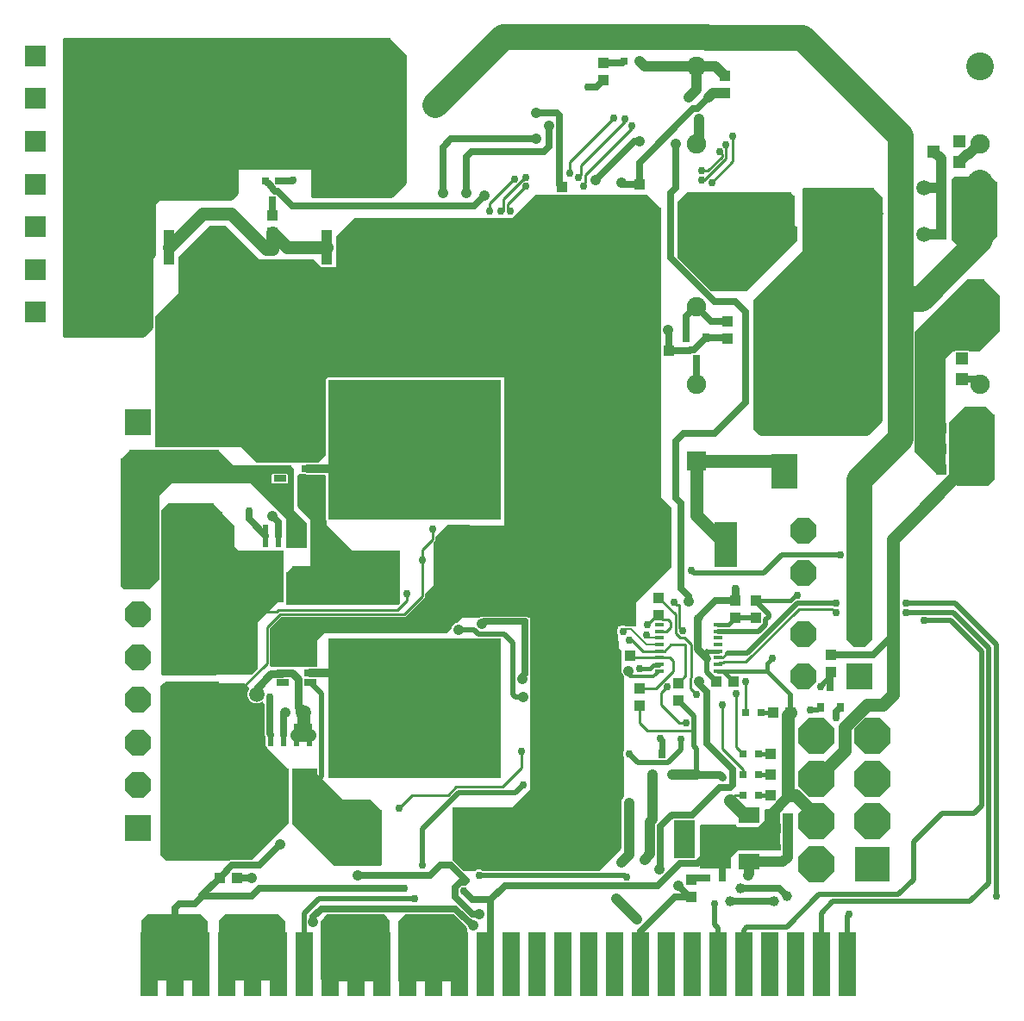
<source format=gbr>
G04 EAGLE Gerber RS-274X export*
G75*
%MOMM*%
%FSLAX34Y34*%
%LPD*%
%INTop Copper*%
%IPPOS*%
%AMOC8*
5,1,8,0,0,1.08239X$1,22.5*%
G01*
%ADD10R,1.651000X6.350000*%
%ADD11P,2.749271X8X22.500000*%
%ADD12R,2.540000X2.540000*%
%ADD13R,1.270000X0.635000*%
%ADD14R,0.609600X2.209800*%
%ADD15R,2.006600X1.498600*%
%ADD16R,2.006600X3.810000*%
%ADD17R,3.000000X4.800000*%
%ADD18R,17.000000X13.700000*%
%ADD19R,1.100000X1.000000*%
%ADD20R,0.900000X0.350000*%
%ADD21R,1.000000X1.100000*%
%ADD22R,1.911000X1.911000*%
%ADD23C,1.911000*%
%ADD24C,2.736000*%
%ADD25R,1.300000X1.300000*%
%ADD26R,1.250000X1.200000*%
%ADD27R,2.250000X4.500000*%
%ADD28R,0.800000X0.900000*%
%ADD29R,2.500000X3.500000*%
%ADD30R,3.500000X2.500000*%
%ADD31R,0.787400X0.889000*%
%ADD32R,1.000000X3.400000*%
%ADD33R,6.800000X9.600000*%
%ADD34R,0.700000X0.700000*%
%ADD35R,0.800000X0.800000*%
%ADD36P,3.788365X8X202.500000*%
%ADD37R,3.500000X3.500000*%
%ADD38P,2.749271X8X202.500000*%
%ADD39R,2.100000X2.100000*%
%ADD40C,0.635000*%
%ADD41C,0.756400*%
%ADD42C,2.667000*%
%ADD43C,1.778000*%
%ADD44C,1.500000*%
%ADD45C,1.016000*%
%ADD46C,1.041400*%
%ADD47C,1.270000*%
%ADD48C,0.762000*%
%ADD49C,0.457200*%
%ADD50C,0.508000*%
%ADD51C,1.006400*%
%ADD52C,0.254000*%
%ADD53C,2.540000*%
%ADD54C,0.355600*%
%ADD55C,0.812800*%
%ADD56C,0.203200*%
%ADD57C,0.609600*%
%ADD58C,0.431800*%
%ADD59C,0.152400*%

G36*
X481009Y465656D02*
X481009Y465656D01*
X480986Y465689D01*
X480894Y465765D01*
X480807Y465846D01*
X480772Y465866D01*
X480741Y465891D01*
X480633Y465942D01*
X480529Y466000D01*
X480489Y466010D01*
X480453Y466027D01*
X480336Y466049D01*
X480221Y466079D01*
X480161Y466083D01*
X480141Y466087D01*
X480120Y466085D01*
X480060Y466089D01*
X459740Y466089D01*
X459642Y466077D01*
X459543Y466074D01*
X459485Y466057D01*
X459424Y466049D01*
X459332Y466013D01*
X459237Y465985D01*
X459185Y465955D01*
X459129Y465932D01*
X459049Y465874D01*
X458963Y465824D01*
X458888Y465758D01*
X458871Y465746D01*
X458864Y465736D01*
X458843Y465718D01*
X447666Y454541D01*
X447606Y454463D01*
X447538Y454391D01*
X447509Y454338D01*
X447472Y454290D01*
X447432Y454199D01*
X447384Y454113D01*
X447369Y454054D01*
X447345Y453998D01*
X447330Y453900D01*
X447305Y453805D01*
X447299Y453705D01*
X447295Y453684D01*
X447297Y453672D01*
X447295Y453644D01*
X447295Y450962D01*
X446143Y449810D01*
X446082Y449732D01*
X446014Y449660D01*
X445985Y449607D01*
X445948Y449559D01*
X445908Y449468D01*
X445860Y449381D01*
X445845Y449323D01*
X445821Y449267D01*
X445806Y449169D01*
X445781Y449073D01*
X445775Y448973D01*
X445771Y448953D01*
X445773Y448941D01*
X445771Y448913D01*
X445771Y406926D01*
X437506Y398661D01*
X437446Y398583D01*
X437378Y398511D01*
X437349Y398458D01*
X437312Y398410D01*
X437272Y398319D01*
X437224Y398233D01*
X437209Y398174D01*
X437185Y398118D01*
X437170Y398020D01*
X437145Y397925D01*
X437139Y397825D01*
X437135Y397804D01*
X437137Y397792D01*
X437135Y397764D01*
X437135Y395082D01*
X417718Y375665D01*
X296323Y375665D01*
X296225Y375653D01*
X296126Y375650D01*
X296068Y375633D01*
X296008Y375625D01*
X295916Y375589D01*
X295821Y375561D01*
X295768Y375531D01*
X295712Y375508D01*
X295632Y375450D01*
X295547Y375400D01*
X295471Y375334D01*
X295455Y375322D01*
X295447Y375312D01*
X295426Y375294D01*
X285106Y364974D01*
X285046Y364896D01*
X284978Y364824D01*
X284949Y364771D01*
X284912Y364723D01*
X284872Y364632D01*
X284824Y364545D01*
X284809Y364487D01*
X284785Y364431D01*
X284770Y364333D01*
X284745Y364237D01*
X284739Y364137D01*
X284735Y364117D01*
X284737Y364105D01*
X284735Y364077D01*
X284735Y328676D01*
X284747Y328578D01*
X284750Y328479D01*
X284767Y328421D01*
X284775Y328360D01*
X284811Y328268D01*
X284839Y328173D01*
X284869Y328121D01*
X284892Y328065D01*
X284950Y327985D01*
X285000Y327899D01*
X285066Y327824D01*
X285078Y327807D01*
X285088Y327800D01*
X285107Y327779D01*
X286123Y326763D01*
X286201Y326702D01*
X286273Y326634D01*
X286326Y326605D01*
X286374Y326568D01*
X286465Y326528D01*
X286551Y326480D01*
X286610Y326465D01*
X286666Y326441D01*
X286764Y326426D01*
X286859Y326401D01*
X286959Y326395D01*
X286980Y326391D01*
X286992Y326393D01*
X287020Y326391D01*
X330200Y326391D01*
X330318Y326406D01*
X330437Y326413D01*
X330475Y326426D01*
X330516Y326431D01*
X330626Y326474D01*
X330739Y326511D01*
X330774Y326533D01*
X330811Y326548D01*
X330907Y326618D01*
X331008Y326681D01*
X331036Y326711D01*
X331069Y326734D01*
X331145Y326826D01*
X331226Y326913D01*
X331246Y326948D01*
X331271Y326979D01*
X331322Y327087D01*
X331380Y327191D01*
X331390Y327231D01*
X331407Y327267D01*
X331429Y327384D01*
X331459Y327499D01*
X331463Y327560D01*
X331467Y327580D01*
X331465Y327600D01*
X331469Y327660D01*
X331469Y352534D01*
X338346Y359411D01*
X457200Y359411D01*
X457298Y359423D01*
X457397Y359426D01*
X457455Y359443D01*
X457516Y359451D01*
X457608Y359487D01*
X457703Y359515D01*
X457755Y359545D01*
X457811Y359568D01*
X457891Y359626D01*
X457977Y359676D01*
X458052Y359742D01*
X458069Y359754D01*
X458076Y359764D01*
X458098Y359783D01*
X463198Y364883D01*
X463204Y364890D01*
X463211Y364896D01*
X463301Y365016D01*
X463393Y365134D01*
X463396Y365143D01*
X463402Y365150D01*
X463473Y365295D01*
X464193Y367033D01*
X466087Y368927D01*
X467825Y369647D01*
X467833Y369652D01*
X467842Y369654D01*
X467893Y369684D01*
X467938Y369702D01*
X467999Y369746D01*
X468102Y369805D01*
X468108Y369811D01*
X468116Y369816D01*
X468237Y369922D01*
X473474Y375159D01*
X490681Y375159D01*
X490745Y375169D01*
X490811Y375170D01*
X490891Y375193D01*
X490923Y375199D01*
X490938Y375206D01*
X490944Y375207D01*
X490951Y375211D01*
X490972Y375217D01*
X491421Y375403D01*
X492530Y375403D01*
X492620Y375417D01*
X492711Y375425D01*
X492741Y375437D01*
X492773Y375442D01*
X492853Y375485D01*
X492937Y375521D01*
X492969Y375547D01*
X492990Y375558D01*
X493012Y375581D01*
X493068Y375626D01*
X493353Y375911D01*
X537379Y375911D01*
X537908Y375382D01*
X537982Y375329D01*
X538051Y375269D01*
X538081Y375257D01*
X538107Y375238D01*
X538194Y375211D01*
X538279Y375177D01*
X538320Y375173D01*
X538343Y375166D01*
X538375Y375167D01*
X538446Y375159D01*
X540259Y375159D01*
X540259Y206055D01*
X522925Y188721D01*
X464820Y188721D01*
X464800Y188718D01*
X464781Y188720D01*
X464679Y188698D01*
X464577Y188682D01*
X464560Y188672D01*
X464540Y188668D01*
X464451Y188615D01*
X464360Y188566D01*
X464346Y188552D01*
X464329Y188542D01*
X464262Y188463D01*
X464191Y188388D01*
X464182Y188370D01*
X464169Y188355D01*
X464130Y188259D01*
X464087Y188165D01*
X464085Y188145D01*
X464077Y188127D01*
X464059Y187960D01*
X464059Y137263D01*
X464074Y137173D01*
X464081Y137082D01*
X464093Y137052D01*
X464099Y137020D01*
X464141Y136940D01*
X464177Y136856D01*
X464203Y136824D01*
X464214Y136803D01*
X464237Y136781D01*
X464282Y136725D01*
X474545Y126462D01*
X474619Y126409D01*
X474688Y126349D01*
X474718Y126337D01*
X474744Y126318D01*
X474831Y126291D01*
X474916Y126257D01*
X474957Y126253D01*
X474980Y126246D01*
X475012Y126247D01*
X475083Y126239D01*
X486719Y126239D01*
X486809Y126254D01*
X486900Y126261D01*
X486929Y126273D01*
X486961Y126279D01*
X487042Y126321D01*
X487126Y126357D01*
X487158Y126383D01*
X487179Y126394D01*
X487201Y126417D01*
X487257Y126462D01*
X488022Y127227D01*
X492418Y127227D01*
X493183Y126462D01*
X493257Y126409D01*
X493327Y126349D01*
X493357Y126337D01*
X493383Y126318D01*
X493470Y126291D01*
X493555Y126257D01*
X493596Y126253D01*
X493618Y126246D01*
X493650Y126247D01*
X493721Y126239D01*
X608711Y126239D01*
X608731Y126242D01*
X608750Y126240D01*
X608852Y126262D01*
X608954Y126279D01*
X608971Y126288D01*
X608991Y126292D01*
X609080Y126345D01*
X609171Y126394D01*
X609185Y126408D01*
X609202Y126418D01*
X609269Y126497D01*
X609341Y126572D01*
X609349Y126590D01*
X609362Y126605D01*
X609401Y126701D01*
X609444Y126795D01*
X609446Y126815D01*
X609454Y126833D01*
X609472Y127000D01*
X609472Y127053D01*
X609770Y127351D01*
X619409Y136990D01*
X629569Y147150D01*
X629622Y147224D01*
X629682Y147293D01*
X629694Y147324D01*
X629713Y147350D01*
X629740Y147437D01*
X629774Y147522D01*
X629778Y147562D01*
X629785Y147585D01*
X629784Y147617D01*
X629792Y147688D01*
X629792Y195633D01*
X630090Y195931D01*
X632109Y197950D01*
X632162Y198024D01*
X632222Y198093D01*
X632234Y198123D01*
X632253Y198150D01*
X632280Y198237D01*
X632314Y198321D01*
X632318Y198362D01*
X632325Y198385D01*
X632324Y198417D01*
X632332Y198488D01*
X632332Y238688D01*
X632318Y238778D01*
X632310Y238869D01*
X632298Y238899D01*
X632293Y238930D01*
X632250Y239011D01*
X632233Y239050D01*
X632233Y243546D01*
X632234Y243548D01*
X632253Y243574D01*
X632280Y243661D01*
X632314Y243746D01*
X632318Y243787D01*
X632325Y243809D01*
X632324Y243841D01*
X632332Y243912D01*
X632332Y317731D01*
X632318Y317821D01*
X632310Y317912D01*
X632298Y317942D01*
X632293Y317974D01*
X632250Y318055D01*
X632214Y318139D01*
X632188Y318171D01*
X632177Y318191D01*
X632154Y318214D01*
X632109Y318270D01*
X631612Y318767D01*
X630587Y321241D01*
X630587Y323957D01*
X630573Y324047D01*
X630565Y324138D01*
X630553Y324168D01*
X630548Y324200D01*
X630505Y324280D01*
X630469Y324364D01*
X630443Y324396D01*
X630432Y324417D01*
X630409Y324439D01*
X630364Y324495D01*
X629792Y325067D01*
X629792Y342532D01*
X629778Y342622D01*
X629770Y342713D01*
X629758Y342743D01*
X629753Y342775D01*
X629710Y342855D01*
X629674Y342939D01*
X629648Y342971D01*
X629637Y342992D01*
X629614Y343014D01*
X629569Y343070D01*
X627252Y345387D01*
X627252Y352333D01*
X627249Y352351D01*
X627251Y352369D01*
X627236Y352438D01*
X627230Y352514D01*
X627218Y352543D01*
X627213Y352575D01*
X627202Y352595D01*
X627199Y352610D01*
X627166Y352665D01*
X627134Y352740D01*
X627108Y352772D01*
X627097Y352793D01*
X627079Y352810D01*
X627073Y352821D01*
X627062Y352831D01*
X627029Y352871D01*
X626998Y352902D01*
X626998Y358322D01*
X626984Y358412D01*
X626976Y358503D01*
X626964Y358532D01*
X626959Y358564D01*
X626916Y358645D01*
X626880Y358729D01*
X626854Y358761D01*
X626843Y358782D01*
X626820Y358804D01*
X626775Y358860D01*
X626359Y359276D01*
X626359Y363672D01*
X626775Y364089D01*
X626829Y364163D01*
X626888Y364232D01*
X626900Y364262D01*
X626919Y364288D01*
X626946Y364375D01*
X626980Y364460D01*
X626984Y364501D01*
X626991Y364524D01*
X626990Y364556D01*
X626998Y364627D01*
X626998Y365918D01*
X627222Y366142D01*
X628513Y366142D01*
X628603Y366156D01*
X628694Y366164D01*
X628724Y366176D01*
X628756Y366181D01*
X628836Y366224D01*
X628920Y366260D01*
X628953Y366286D01*
X628973Y366297D01*
X628995Y366320D01*
X629051Y366365D01*
X629468Y366781D01*
X633864Y366781D01*
X633867Y366778D01*
X633941Y366725D01*
X634010Y366665D01*
X634040Y366653D01*
X634067Y366634D01*
X634154Y366608D01*
X634238Y366573D01*
X634279Y366569D01*
X634302Y366562D01*
X634334Y366563D01*
X634405Y366555D01*
X640338Y366555D01*
X640528Y366365D01*
X640602Y366312D01*
X640672Y366252D01*
X640702Y366240D01*
X640728Y366221D01*
X640815Y366194D01*
X640900Y366160D01*
X640941Y366156D01*
X640963Y366149D01*
X640995Y366150D01*
X641067Y366142D01*
X643890Y366142D01*
X643910Y366145D01*
X643929Y366143D01*
X644031Y366165D01*
X644133Y366181D01*
X644150Y366191D01*
X644170Y366195D01*
X644259Y366248D01*
X644350Y366297D01*
X644364Y366311D01*
X644381Y366321D01*
X644448Y366400D01*
X644520Y366475D01*
X644528Y366493D01*
X644541Y366508D01*
X644580Y366604D01*
X644623Y366698D01*
X644625Y366718D01*
X644633Y366736D01*
X644651Y366903D01*
X644651Y389575D01*
X678718Y423642D01*
X678771Y423716D01*
X678831Y423785D01*
X678843Y423815D01*
X678862Y423841D01*
X678889Y423928D01*
X678923Y424013D01*
X678927Y424054D01*
X678934Y424077D01*
X678933Y424109D01*
X678941Y424180D01*
X678941Y482600D01*
X678927Y482690D01*
X678919Y482781D01*
X678907Y482811D01*
X678902Y482843D01*
X678859Y482923D01*
X678823Y483007D01*
X678797Y483039D01*
X678786Y483060D01*
X678763Y483082D01*
X678718Y483138D01*
X668781Y493075D01*
X668781Y777240D01*
X668767Y777330D01*
X668759Y777421D01*
X668747Y777451D01*
X668742Y777483D01*
X668699Y777563D01*
X668663Y777647D01*
X668637Y777679D01*
X668626Y777700D01*
X668603Y777722D01*
X668558Y777778D01*
X655858Y790478D01*
X655784Y790531D01*
X655715Y790591D01*
X655685Y790603D01*
X655659Y790622D01*
X655572Y790649D01*
X655487Y790683D01*
X655446Y790687D01*
X655423Y790694D01*
X655391Y790693D01*
X655320Y790701D01*
X546100Y790701D01*
X546010Y790687D01*
X545919Y790679D01*
X545889Y790667D01*
X545857Y790662D01*
X545777Y790619D01*
X545693Y790583D01*
X545661Y790557D01*
X545640Y790546D01*
X545618Y790523D01*
X545562Y790478D01*
X522925Y767841D01*
X368300Y767841D01*
X368210Y767827D01*
X368119Y767819D01*
X368089Y767807D01*
X368057Y767802D01*
X367977Y767759D01*
X367893Y767723D01*
X367861Y767697D01*
X367840Y767686D01*
X367818Y767663D01*
X367762Y767618D01*
X349982Y749838D01*
X349929Y749764D01*
X349869Y749695D01*
X349857Y749665D01*
X349838Y749639D01*
X349811Y749552D01*
X349777Y749467D01*
X349773Y749426D01*
X349766Y749403D01*
X349767Y749371D01*
X349759Y749300D01*
X349759Y719581D01*
X335595Y719581D01*
X328198Y726978D01*
X328124Y727031D01*
X328055Y727091D01*
X328025Y727103D01*
X327999Y727122D01*
X327912Y727149D01*
X327827Y727183D01*
X327786Y727187D01*
X327763Y727194D01*
X327731Y727193D01*
X327660Y727201D01*
X274635Y727201D01*
X241838Y759998D01*
X241764Y760051D01*
X241695Y760111D01*
X241665Y760123D01*
X241639Y760142D01*
X241552Y760169D01*
X241467Y760203D01*
X241426Y760207D01*
X241403Y760214D01*
X241371Y760213D01*
X241300Y760221D01*
X226060Y760221D01*
X225970Y760207D01*
X225879Y760199D01*
X225849Y760187D01*
X225817Y760182D01*
X225737Y760139D01*
X225653Y760103D01*
X225621Y760077D01*
X225600Y760066D01*
X225578Y760043D01*
X225522Y759998D01*
X195042Y729518D01*
X194989Y729444D01*
X194929Y729375D01*
X194917Y729345D01*
X194898Y729319D01*
X194871Y729232D01*
X194837Y729147D01*
X194833Y729106D01*
X194826Y729083D01*
X194827Y729051D01*
X194819Y728980D01*
X194819Y693735D01*
X172182Y671098D01*
X172129Y671024D01*
X172069Y670955D01*
X172057Y670925D01*
X172038Y670899D01*
X172011Y670812D01*
X171977Y670727D01*
X171973Y670686D01*
X171966Y670663D01*
X171967Y670631D01*
X171959Y670560D01*
X171959Y543560D01*
X171962Y543540D01*
X171960Y543521D01*
X171982Y543419D01*
X171999Y543317D01*
X172008Y543300D01*
X172012Y543280D01*
X172065Y543191D01*
X172114Y543100D01*
X172128Y543086D01*
X172138Y543069D01*
X172217Y543002D01*
X172292Y542931D01*
X172310Y542922D01*
X172325Y542909D01*
X172421Y542870D01*
X172515Y542827D01*
X172535Y542825D01*
X172553Y542817D01*
X172720Y542799D01*
X256225Y542799D01*
X271242Y527782D01*
X271316Y527729D01*
X271385Y527669D01*
X271415Y527657D01*
X271441Y527638D01*
X271528Y527611D01*
X271613Y527577D01*
X271654Y527573D01*
X271677Y527566D01*
X271709Y527567D01*
X271780Y527559D01*
X332740Y527559D01*
X332830Y527574D01*
X332921Y527581D01*
X332951Y527593D01*
X332983Y527599D01*
X333063Y527641D01*
X333147Y527677D01*
X333179Y527703D01*
X333200Y527714D01*
X333222Y527737D01*
X333278Y527782D01*
X339972Y534476D01*
X340025Y534550D01*
X340085Y534619D01*
X340097Y534649D01*
X340116Y534675D01*
X340143Y534762D01*
X340177Y534847D01*
X340181Y534888D01*
X340188Y534911D01*
X340187Y534943D01*
X340195Y535014D01*
X340195Y608952D01*
X340898Y609655D01*
X340951Y609729D01*
X341011Y609798D01*
X341023Y609828D01*
X341042Y609854D01*
X341069Y609941D01*
X341103Y610026D01*
X341107Y610067D01*
X341114Y610089D01*
X341113Y610122D01*
X341121Y610193D01*
X341121Y611379D01*
X514859Y611379D01*
X514859Y465581D01*
X481068Y465581D01*
X481039Y465628D01*
X481009Y465656D01*
G37*
G36*
X160184Y650255D02*
X160184Y650255D01*
X160348Y650262D01*
X160408Y650275D01*
X160469Y650281D01*
X160627Y650324D01*
X160788Y650360D01*
X160844Y650383D01*
X160903Y650399D01*
X161051Y650470D01*
X161203Y650533D01*
X161255Y650566D01*
X161310Y650593D01*
X161443Y650688D01*
X161581Y650778D01*
X161639Y650829D01*
X161676Y650855D01*
X161718Y650898D01*
X161816Y650984D01*
X169436Y658604D01*
X169519Y658705D01*
X169607Y658795D01*
X169626Y658823D01*
X169653Y658852D01*
X169685Y658903D01*
X169724Y658950D01*
X169793Y659070D01*
X169859Y659168D01*
X169872Y659196D01*
X169894Y659231D01*
X169918Y659288D01*
X169948Y659341D01*
X169996Y659478D01*
X170042Y659580D01*
X170048Y659606D01*
X170065Y659648D01*
X170078Y659708D01*
X170099Y659765D01*
X170123Y659915D01*
X170148Y660017D01*
X170150Y660040D01*
X170160Y660088D01*
X170165Y660165D01*
X170172Y660209D01*
X170171Y660270D01*
X170179Y660400D01*
X170179Y727928D01*
X171976Y729724D01*
X172063Y729829D01*
X172126Y729894D01*
X172141Y729915D01*
X172193Y729972D01*
X172225Y730023D01*
X172264Y730070D01*
X172346Y730213D01*
X172434Y730351D01*
X172458Y730408D01*
X172488Y730461D01*
X172543Y730616D01*
X172605Y730768D01*
X172618Y730828D01*
X172639Y730885D01*
X172665Y731047D01*
X172700Y731208D01*
X172705Y731285D01*
X172712Y731329D01*
X172711Y731390D01*
X172719Y731520D01*
X172719Y781268D01*
X176312Y784861D01*
X246380Y784861D01*
X246544Y784875D01*
X246708Y784882D01*
X246768Y784895D01*
X246829Y784901D01*
X246987Y784944D01*
X247148Y784980D01*
X247204Y785003D01*
X247263Y785019D01*
X247411Y785090D01*
X247563Y785153D01*
X247615Y785186D01*
X247670Y785213D01*
X247803Y785308D01*
X247941Y785398D01*
X247999Y785449D01*
X248036Y785475D01*
X248078Y785518D01*
X248176Y785604D01*
X253256Y790684D01*
X253346Y790792D01*
X253388Y790836D01*
X253399Y790852D01*
X253473Y790932D01*
X253505Y790983D01*
X253544Y791030D01*
X253626Y791173D01*
X253714Y791311D01*
X253738Y791368D01*
X253768Y791421D01*
X253823Y791576D01*
X253885Y791728D01*
X253898Y791788D01*
X253919Y791845D01*
X253945Y792007D01*
X253980Y792168D01*
X253985Y792245D01*
X253992Y792289D01*
X253991Y792350D01*
X253999Y792480D01*
X253999Y815341D01*
X325121Y815341D01*
X325121Y789940D01*
X325124Y789906D01*
X325122Y789871D01*
X325144Y789682D01*
X325161Y789492D01*
X325170Y789458D01*
X325174Y789424D01*
X325229Y789241D01*
X325279Y789057D01*
X325294Y789026D01*
X325304Y788993D01*
X325391Y788822D01*
X325473Y788651D01*
X325493Y788622D01*
X325508Y788591D01*
X325624Y788439D01*
X325735Y788284D01*
X325760Y788260D01*
X325780Y788233D01*
X325921Y788104D01*
X326057Y787970D01*
X326086Y787951D01*
X326112Y787928D01*
X326273Y787825D01*
X326430Y787718D01*
X326462Y787704D01*
X326491Y787686D01*
X326668Y787613D01*
X326842Y787536D01*
X326876Y787528D01*
X326908Y787515D01*
X327095Y787475D01*
X327280Y787429D01*
X327314Y787427D01*
X327348Y787420D01*
X327660Y787401D01*
X403860Y787401D01*
X404024Y787415D01*
X404188Y787422D01*
X404248Y787435D01*
X404309Y787441D01*
X404467Y787484D01*
X404628Y787520D01*
X404684Y787543D01*
X404743Y787559D01*
X404891Y787630D01*
X405043Y787693D01*
X405095Y787726D01*
X405150Y787753D01*
X405283Y787848D01*
X405421Y787938D01*
X405479Y787989D01*
X405516Y788015D01*
X405558Y788058D01*
X405656Y788144D01*
X418356Y800844D01*
X418446Y800953D01*
X418485Y800993D01*
X418495Y801008D01*
X418573Y801092D01*
X418605Y801143D01*
X418644Y801190D01*
X418726Y801333D01*
X418814Y801471D01*
X418838Y801528D01*
X418868Y801581D01*
X418923Y801736D01*
X418985Y801888D01*
X418998Y801948D01*
X419019Y802005D01*
X419045Y802167D01*
X419080Y802328D01*
X419085Y802405D01*
X419092Y802449D01*
X419091Y802510D01*
X419099Y802640D01*
X419099Y927100D01*
X419085Y927264D01*
X419078Y927428D01*
X419065Y927488D01*
X419059Y927549D01*
X419016Y927707D01*
X418980Y927868D01*
X418957Y927924D01*
X418941Y927983D01*
X418870Y928131D01*
X418807Y928283D01*
X418774Y928335D01*
X418747Y928390D01*
X418652Y928523D01*
X418562Y928661D01*
X418511Y928719D01*
X418485Y928756D01*
X418442Y928798D01*
X418356Y928896D01*
X403116Y944136D01*
X402989Y944241D01*
X402868Y944353D01*
X402817Y944385D01*
X402770Y944424D01*
X402627Y944506D01*
X402489Y944594D01*
X402432Y944618D01*
X402379Y944648D01*
X402224Y944703D01*
X402072Y944765D01*
X402012Y944778D01*
X401955Y944799D01*
X401793Y944825D01*
X401632Y944860D01*
X401555Y944865D01*
X401511Y944872D01*
X401450Y944871D01*
X401320Y944879D01*
X83820Y944879D01*
X83786Y944876D01*
X83751Y944878D01*
X83562Y944856D01*
X83372Y944839D01*
X83338Y944830D01*
X83304Y944826D01*
X83121Y944771D01*
X82937Y944721D01*
X82906Y944706D01*
X82873Y944696D01*
X82702Y944609D01*
X82531Y944527D01*
X82502Y944507D01*
X82471Y944492D01*
X82319Y944376D01*
X82164Y944265D01*
X82140Y944240D01*
X82113Y944220D01*
X81984Y944080D01*
X81850Y943943D01*
X81831Y943914D01*
X81808Y943888D01*
X81705Y943727D01*
X81598Y943570D01*
X81584Y943538D01*
X81566Y943509D01*
X81493Y943332D01*
X81416Y943158D01*
X81408Y943124D01*
X81395Y943092D01*
X81355Y942905D01*
X81309Y942720D01*
X81307Y942686D01*
X81300Y942652D01*
X81281Y942340D01*
X81281Y652780D01*
X81284Y652746D01*
X81282Y652711D01*
X81304Y652522D01*
X81321Y652332D01*
X81330Y652298D01*
X81334Y652264D01*
X81389Y652081D01*
X81439Y651897D01*
X81454Y651866D01*
X81464Y651833D01*
X81551Y651662D01*
X81633Y651491D01*
X81653Y651462D01*
X81668Y651431D01*
X81784Y651279D01*
X81895Y651124D01*
X81920Y651100D01*
X81940Y651073D01*
X82081Y650944D01*
X82217Y650810D01*
X82246Y650791D01*
X82272Y650768D01*
X82433Y650665D01*
X82590Y650558D01*
X82622Y650544D01*
X82651Y650526D01*
X82828Y650453D01*
X83002Y650376D01*
X83036Y650368D01*
X83068Y650355D01*
X83255Y650315D01*
X83440Y650269D01*
X83474Y650267D01*
X83508Y650260D01*
X83820Y650241D01*
X160020Y650241D01*
X160184Y650255D01*
G37*
G36*
X871384Y553735D02*
X871384Y553735D01*
X871548Y553742D01*
X871608Y553755D01*
X871669Y553761D01*
X871827Y553804D01*
X871988Y553840D01*
X872044Y553863D01*
X872103Y553879D01*
X872251Y553950D01*
X872403Y554013D01*
X872455Y554046D01*
X872510Y554073D01*
X872643Y554168D01*
X872781Y554258D01*
X872839Y554309D01*
X872876Y554335D01*
X872918Y554378D01*
X873016Y554464D01*
X885716Y567164D01*
X885800Y567265D01*
X885886Y567354D01*
X885904Y567381D01*
X885933Y567412D01*
X885965Y567463D01*
X886004Y567510D01*
X886076Y567634D01*
X886138Y567727D01*
X886149Y567751D01*
X886174Y567791D01*
X886198Y567848D01*
X886228Y567901D01*
X886280Y568047D01*
X886320Y568138D01*
X886325Y568159D01*
X886345Y568208D01*
X886358Y568268D01*
X886379Y568325D01*
X886405Y568487D01*
X886407Y568494D01*
X886427Y568576D01*
X886428Y568591D01*
X886440Y568648D01*
X886445Y568725D01*
X886452Y568769D01*
X886451Y568830D01*
X886459Y568960D01*
X886459Y787400D01*
X886445Y787564D01*
X886438Y787728D01*
X886425Y787788D01*
X886419Y787849D01*
X886376Y788007D01*
X886340Y788168D01*
X886317Y788224D01*
X886301Y788283D01*
X886230Y788431D01*
X886167Y788583D01*
X886134Y788635D01*
X886107Y788690D01*
X886012Y788823D01*
X885922Y788961D01*
X885871Y789019D01*
X885845Y789056D01*
X885802Y789098D01*
X885716Y789196D01*
X878096Y796816D01*
X877969Y796921D01*
X877848Y797033D01*
X877797Y797065D01*
X877750Y797104D01*
X877607Y797186D01*
X877469Y797274D01*
X877412Y797298D01*
X877359Y797328D01*
X877204Y797383D01*
X877052Y797445D01*
X876992Y797458D01*
X876935Y797479D01*
X876773Y797505D01*
X876612Y797540D01*
X876535Y797545D01*
X876491Y797552D01*
X876430Y797551D01*
X876300Y797559D01*
X810260Y797559D01*
X810226Y797556D01*
X810191Y797558D01*
X810002Y797536D01*
X809812Y797519D01*
X809778Y797510D01*
X809744Y797506D01*
X809561Y797451D01*
X809377Y797401D01*
X809346Y797386D01*
X809313Y797376D01*
X809142Y797289D01*
X808971Y797207D01*
X808942Y797187D01*
X808911Y797172D01*
X808759Y797056D01*
X808604Y796945D01*
X808580Y796920D01*
X808553Y796900D01*
X808424Y796760D01*
X808290Y796623D01*
X808271Y796594D01*
X808248Y796568D01*
X808145Y796407D01*
X808038Y796250D01*
X808024Y796218D01*
X808006Y796189D01*
X807933Y796012D01*
X807856Y795838D01*
X807848Y795804D01*
X807835Y795772D01*
X807795Y795585D01*
X807749Y795400D01*
X807747Y795366D01*
X807740Y795332D01*
X807721Y795020D01*
X807721Y735112D01*
X760204Y687596D01*
X760099Y687469D01*
X759988Y687348D01*
X759955Y687297D01*
X759916Y687250D01*
X759834Y687107D01*
X759746Y686969D01*
X759722Y686912D01*
X759692Y686859D01*
X759637Y686704D01*
X759575Y686552D01*
X759562Y686492D01*
X759541Y686435D01*
X759515Y686273D01*
X759480Y686112D01*
X759475Y686035D01*
X759468Y685991D01*
X759469Y685930D01*
X759461Y685800D01*
X759461Y561340D01*
X759465Y561295D01*
X759463Y561269D01*
X759476Y561159D01*
X759482Y561012D01*
X759495Y560952D01*
X759501Y560892D01*
X759512Y560850D01*
X759515Y560822D01*
X759549Y560712D01*
X759580Y560572D01*
X759603Y560516D01*
X759619Y560457D01*
X759637Y560420D01*
X759646Y560391D01*
X759700Y560285D01*
X759753Y560157D01*
X759786Y560105D01*
X759813Y560051D01*
X759835Y560019D01*
X759850Y559990D01*
X759925Y559891D01*
X759998Y559779D01*
X760049Y559721D01*
X760075Y559684D01*
X760101Y559659D01*
X760122Y559631D01*
X760154Y559602D01*
X760204Y559544D01*
X765284Y554464D01*
X765411Y554359D01*
X765532Y554248D01*
X765583Y554215D01*
X765630Y554176D01*
X765773Y554094D01*
X765911Y554006D01*
X765968Y553982D01*
X766021Y553952D01*
X766176Y553897D01*
X766328Y553835D01*
X766388Y553822D01*
X766445Y553801D01*
X766607Y553775D01*
X766768Y553740D01*
X766845Y553735D01*
X766889Y553728D01*
X766950Y553729D01*
X767080Y553721D01*
X871220Y553721D01*
X871384Y553735D01*
G37*
G36*
X245342Y136414D02*
X245342Y136414D01*
X245433Y136421D01*
X245462Y136433D01*
X245494Y136439D01*
X245575Y136481D01*
X245659Y136517D01*
X245691Y136543D01*
X245712Y136554D01*
X245734Y136577D01*
X245790Y136622D01*
X245948Y136780D01*
X267081Y136780D01*
X267171Y136794D01*
X267262Y136802D01*
X267292Y136814D01*
X267324Y136819D01*
X267404Y136862D01*
X267488Y136898D01*
X267520Y136924D01*
X267541Y136935D01*
X267563Y136958D01*
X267619Y137003D01*
X302798Y172182D01*
X302851Y172256D01*
X302911Y172325D01*
X302923Y172355D01*
X302942Y172381D01*
X302969Y172468D01*
X303003Y172553D01*
X303007Y172594D01*
X303014Y172617D01*
X303013Y172649D01*
X303021Y172720D01*
X303021Y226060D01*
X303007Y226150D01*
X302999Y226241D01*
X302987Y226271D01*
X302982Y226303D01*
X302939Y226383D01*
X302903Y226467D01*
X302877Y226499D01*
X302866Y226520D01*
X302843Y226542D01*
X302798Y226598D01*
X282351Y247045D01*
X282277Y247098D01*
X282208Y247158D01*
X282178Y247170D01*
X282152Y247189D01*
X282149Y247190D01*
X281083Y248256D01*
X281059Y248311D01*
X281033Y248343D01*
X281022Y248364D01*
X280999Y248386D01*
X280954Y248442D01*
X280161Y249235D01*
X280161Y258469D01*
X280147Y258559D01*
X280139Y258650D01*
X280127Y258680D01*
X280122Y258712D01*
X280079Y258792D01*
X280043Y258876D01*
X280017Y258909D01*
X280006Y258929D01*
X279983Y258951D01*
X279938Y259007D01*
X279780Y259165D01*
X279780Y289941D01*
X279766Y290031D01*
X279758Y290122D01*
X279746Y290152D01*
X279741Y290184D01*
X279698Y290264D01*
X279662Y290348D01*
X279636Y290380D01*
X279625Y290401D01*
X279602Y290423D01*
X279557Y290479D01*
X277915Y292122D01*
X277899Y292133D01*
X277886Y292149D01*
X277799Y292205D01*
X277715Y292265D01*
X277696Y292271D01*
X277679Y292282D01*
X277579Y292307D01*
X277480Y292337D01*
X277460Y292337D01*
X277441Y292342D01*
X277338Y292334D01*
X277234Y292331D01*
X277216Y292324D01*
X277196Y292323D01*
X277101Y292282D01*
X277003Y292247D01*
X276988Y292234D01*
X276969Y292226D01*
X276838Y292121D01*
X276786Y292069D01*
X273469Y290695D01*
X269879Y290695D01*
X266562Y292069D01*
X264023Y294608D01*
X262649Y297925D01*
X262649Y301515D01*
X264023Y304832D01*
X264075Y304884D01*
X264087Y304901D01*
X264103Y304913D01*
X264134Y304961D01*
X264140Y304968D01*
X264146Y304980D01*
X264159Y305000D01*
X264219Y305084D01*
X264225Y305103D01*
X264236Y305120D01*
X264261Y305220D01*
X264291Y305319D01*
X264291Y305339D01*
X264296Y305359D01*
X264288Y305462D01*
X264285Y305565D01*
X264278Y305584D01*
X264277Y305604D01*
X264236Y305699D01*
X264201Y305796D01*
X264188Y305812D01*
X264180Y305830D01*
X264076Y305961D01*
X259618Y310418D01*
X259544Y310471D01*
X259475Y310531D01*
X259445Y310543D01*
X259419Y310562D01*
X259332Y310589D01*
X259247Y310623D01*
X259206Y310627D01*
X259183Y310634D01*
X259151Y310633D01*
X259080Y310641D01*
X235791Y310641D01*
X235116Y311316D01*
X235096Y311333D01*
X235078Y311354D01*
X234940Y311461D01*
X234805Y311571D01*
X234781Y311584D01*
X234760Y311600D01*
X234603Y311678D01*
X234449Y311760D01*
X234424Y311768D01*
X234400Y311780D01*
X234230Y311825D01*
X234063Y311875D01*
X234037Y311877D01*
X234011Y311884D01*
X233680Y311911D01*
X182880Y311911D01*
X182853Y311909D01*
X182827Y311911D01*
X182653Y311889D01*
X182479Y311871D01*
X182454Y311864D01*
X182427Y311860D01*
X182262Y311805D01*
X182094Y311753D01*
X182071Y311740D01*
X182046Y311732D01*
X181894Y311645D01*
X181740Y311561D01*
X181720Y311544D01*
X181697Y311531D01*
X181444Y311316D01*
X180769Y310641D01*
X180340Y310641D01*
X180250Y310627D01*
X180159Y310619D01*
X180129Y310607D01*
X180097Y310602D01*
X180017Y310559D01*
X179933Y310523D01*
X179901Y310497D01*
X179880Y310486D01*
X179858Y310463D01*
X179802Y310418D01*
X177262Y307878D01*
X177209Y307804D01*
X177149Y307735D01*
X177137Y307705D01*
X177118Y307679D01*
X177091Y307592D01*
X177057Y307507D01*
X177053Y307466D01*
X177046Y307443D01*
X177047Y307411D01*
X177039Y307340D01*
X177039Y142240D01*
X177054Y142150D01*
X177061Y142059D01*
X177073Y142029D01*
X177079Y141997D01*
X177121Y141917D01*
X177157Y141833D01*
X177183Y141801D01*
X177194Y141780D01*
X177217Y141758D01*
X177262Y141702D01*
X182342Y136622D01*
X182416Y136569D01*
X182485Y136509D01*
X182515Y136497D01*
X182541Y136478D01*
X182628Y136451D01*
X182713Y136417D01*
X182754Y136413D01*
X182777Y136406D01*
X182809Y136407D01*
X182880Y136399D01*
X245252Y136399D01*
X245342Y136414D01*
G37*
G36*
X231167Y318011D02*
X231167Y318011D01*
X231193Y318009D01*
X231367Y318031D01*
X231541Y318049D01*
X231566Y318057D01*
X231593Y318060D01*
X231758Y318116D01*
X231926Y318167D01*
X231949Y318180D01*
X231974Y318188D01*
X232126Y318275D01*
X232280Y318359D01*
X232300Y318376D01*
X232323Y318389D01*
X232576Y318604D01*
X232743Y318771D01*
X266033Y318771D01*
X266131Y318783D01*
X266230Y318786D01*
X266288Y318803D01*
X266348Y318811D01*
X266440Y318847D01*
X266535Y318875D01*
X266588Y318905D01*
X266644Y318928D01*
X266724Y318986D01*
X266809Y319036D01*
X266885Y319102D01*
X266901Y319114D01*
X266909Y319124D01*
X266930Y319143D01*
X272678Y324890D01*
X272738Y324968D01*
X272806Y325040D01*
X272835Y325093D01*
X272872Y325141D01*
X272912Y325232D01*
X272960Y325319D01*
X272975Y325377D01*
X272999Y325433D01*
X273014Y325531D01*
X273039Y325627D01*
X273045Y325727D01*
X273049Y325747D01*
X273047Y325759D01*
X273049Y325787D01*
X273049Y370314D01*
X292626Y389891D01*
X297180Y389891D01*
X297298Y389906D01*
X297417Y389913D01*
X297455Y389926D01*
X297496Y389931D01*
X297606Y389974D01*
X297719Y390011D01*
X297754Y390033D01*
X297791Y390048D01*
X297887Y390118D01*
X297988Y390181D01*
X298016Y390211D01*
X298049Y390234D01*
X298125Y390326D01*
X298206Y390413D01*
X298226Y390448D01*
X298251Y390479D01*
X298302Y390587D01*
X298360Y390691D01*
X298370Y390731D01*
X298387Y390767D01*
X298409Y390884D01*
X298439Y390999D01*
X298443Y391060D01*
X298447Y391080D01*
X298445Y391100D01*
X298449Y391160D01*
X298449Y439420D01*
X298434Y439538D01*
X298427Y439657D01*
X298414Y439695D01*
X298409Y439736D01*
X298366Y439846D01*
X298329Y439959D01*
X298307Y439994D01*
X298292Y440031D01*
X298223Y440127D01*
X298159Y440228D01*
X298129Y440256D01*
X298106Y440289D01*
X298014Y440365D01*
X297927Y440446D01*
X297892Y440466D01*
X297861Y440491D01*
X297753Y440542D01*
X297649Y440600D01*
X297609Y440610D01*
X297573Y440627D01*
X297456Y440649D01*
X297341Y440679D01*
X297281Y440683D01*
X297261Y440687D01*
X297240Y440685D01*
X297180Y440689D01*
X254526Y440689D01*
X250189Y445026D01*
X250189Y464820D01*
X250177Y464918D01*
X250174Y465017D01*
X250157Y465075D01*
X250149Y465136D01*
X250113Y465228D01*
X250085Y465323D01*
X250055Y465375D01*
X250032Y465431D01*
X249974Y465511D01*
X249924Y465597D01*
X249858Y465672D01*
X249846Y465689D01*
X249836Y465696D01*
X249818Y465718D01*
X238251Y477284D01*
X238251Y477520D01*
X238249Y477547D01*
X238251Y477573D01*
X238229Y477747D01*
X238211Y477921D01*
X238204Y477946D01*
X238200Y477973D01*
X238145Y478138D01*
X238093Y478306D01*
X238080Y478329D01*
X238072Y478354D01*
X237985Y478506D01*
X237901Y478660D01*
X237884Y478680D01*
X237871Y478703D01*
X237656Y478956D01*
X230036Y486576D01*
X230016Y486593D01*
X229998Y486614D01*
X229860Y486721D01*
X229725Y486831D01*
X229701Y486844D01*
X229680Y486860D01*
X229523Y486938D01*
X229369Y487020D01*
X229344Y487028D01*
X229320Y487040D01*
X229150Y487085D01*
X228983Y487135D01*
X228957Y487137D01*
X228931Y487144D01*
X228600Y487171D01*
X185420Y487171D01*
X185393Y487169D01*
X185367Y487171D01*
X185193Y487149D01*
X185019Y487131D01*
X184994Y487124D01*
X184967Y487120D01*
X184802Y487065D01*
X184634Y487013D01*
X184611Y487000D01*
X184586Y486992D01*
X184434Y486905D01*
X184280Y486821D01*
X184260Y486804D01*
X184237Y486791D01*
X183984Y486576D01*
X178904Y481496D01*
X178887Y481476D01*
X178867Y481458D01*
X178759Y481320D01*
X178649Y481185D01*
X178636Y481161D01*
X178620Y481140D01*
X178542Y480983D01*
X178460Y480829D01*
X178452Y480804D01*
X178440Y480780D01*
X178395Y480610D01*
X178345Y480443D01*
X178343Y480417D01*
X178336Y480391D01*
X178309Y480060D01*
X178309Y320040D01*
X178311Y320022D01*
X178309Y320004D01*
X178330Y319822D01*
X178349Y319639D01*
X178354Y319622D01*
X178356Y319605D01*
X178413Y319430D01*
X178467Y319254D01*
X178475Y319239D01*
X178481Y319222D01*
X178571Y319062D01*
X178659Y318900D01*
X178670Y318887D01*
X178679Y318871D01*
X178799Y318732D01*
X178916Y318591D01*
X178930Y318580D01*
X178942Y318567D01*
X179087Y318454D01*
X179230Y318339D01*
X179246Y318331D01*
X179260Y318320D01*
X179425Y318238D01*
X179587Y318153D01*
X179604Y318148D01*
X179621Y318140D01*
X179799Y318093D01*
X179974Y318042D01*
X179992Y318040D01*
X180009Y318036D01*
X180340Y318009D01*
X231140Y318009D01*
X231167Y318011D01*
G37*
G36*
X165198Y402603D02*
X165198Y402603D01*
X165297Y402606D01*
X165355Y402623D01*
X165416Y402631D01*
X165508Y402667D01*
X165603Y402695D01*
X165655Y402725D01*
X165711Y402748D01*
X165791Y402806D01*
X165877Y402856D01*
X165952Y402922D01*
X165969Y402934D01*
X165976Y402944D01*
X165998Y402963D01*
X176158Y413123D01*
X176218Y413201D01*
X176286Y413273D01*
X176308Y413312D01*
X176325Y413333D01*
X176332Y413347D01*
X176352Y413374D01*
X176392Y413465D01*
X176440Y413551D01*
X176454Y413606D01*
X176461Y413621D01*
X176462Y413627D01*
X176479Y413666D01*
X176494Y413764D01*
X176519Y413859D01*
X176525Y413959D01*
X176529Y413980D01*
X176527Y413992D01*
X176529Y414020D01*
X176529Y494774D01*
X188486Y506731D01*
X266174Y506731D01*
X300991Y471914D01*
X300991Y444500D01*
X301006Y444382D01*
X301013Y444263D01*
X301026Y444225D01*
X301031Y444184D01*
X301074Y444074D01*
X301111Y443961D01*
X301133Y443926D01*
X301148Y443889D01*
X301218Y443793D01*
X301281Y443692D01*
X301311Y443664D01*
X301334Y443631D01*
X301426Y443556D01*
X301513Y443474D01*
X301548Y443454D01*
X301579Y443429D01*
X301687Y443378D01*
X301791Y443320D01*
X301831Y443310D01*
X301867Y443293D01*
X301984Y443271D01*
X302099Y443241D01*
X302160Y443237D01*
X302180Y443233D01*
X302200Y443235D01*
X302260Y443231D01*
X320040Y443231D01*
X320158Y443246D01*
X320277Y443253D01*
X320315Y443266D01*
X320356Y443271D01*
X320466Y443314D01*
X320579Y443351D01*
X320614Y443373D01*
X320651Y443388D01*
X320747Y443458D01*
X320848Y443521D01*
X320876Y443551D01*
X320909Y443574D01*
X320985Y443666D01*
X321066Y443753D01*
X321086Y443788D01*
X321111Y443819D01*
X321162Y443927D01*
X321220Y444031D01*
X321230Y444071D01*
X321247Y444107D01*
X321269Y444224D01*
X321299Y444339D01*
X321303Y444400D01*
X321307Y444420D01*
X321305Y444440D01*
X321309Y444500D01*
X321309Y467360D01*
X321297Y467458D01*
X321294Y467557D01*
X321277Y467615D01*
X321269Y467676D01*
X321233Y467768D01*
X321205Y467863D01*
X321175Y467915D01*
X321152Y467971D01*
X321094Y468051D01*
X321044Y468137D01*
X320978Y468212D01*
X320966Y468229D01*
X320956Y468236D01*
X320938Y468258D01*
X308609Y480586D01*
X308609Y520700D01*
X308597Y520798D01*
X308594Y520897D01*
X308577Y520955D01*
X308569Y521016D01*
X308533Y521108D01*
X308505Y521203D01*
X308475Y521255D01*
X308452Y521311D01*
X308394Y521391D01*
X308344Y521477D01*
X308278Y521552D01*
X308266Y521569D01*
X308256Y521576D01*
X308238Y521598D01*
X305698Y524138D01*
X305619Y524198D01*
X305547Y524266D01*
X305494Y524295D01*
X305446Y524332D01*
X305355Y524372D01*
X305269Y524420D01*
X305210Y524435D01*
X305154Y524459D01*
X305056Y524474D01*
X304961Y524499D01*
X304861Y524505D01*
X304840Y524509D01*
X304828Y524507D01*
X304800Y524509D01*
X249446Y524509D01*
X234578Y539378D01*
X234499Y539438D01*
X234427Y539506D01*
X234374Y539535D01*
X234326Y539572D01*
X234235Y539612D01*
X234149Y539660D01*
X234090Y539675D01*
X234034Y539699D01*
X233936Y539714D01*
X233841Y539739D01*
X233741Y539745D01*
X233720Y539749D01*
X233708Y539747D01*
X233680Y539749D01*
X147320Y539749D01*
X147222Y539737D01*
X147123Y539734D01*
X147065Y539717D01*
X147004Y539709D01*
X146912Y539673D01*
X146817Y539645D01*
X146765Y539615D01*
X146709Y539592D01*
X146629Y539534D01*
X146543Y539484D01*
X146468Y539418D01*
X146451Y539406D01*
X146444Y539396D01*
X146423Y539378D01*
X138803Y531758D01*
X138742Y531679D01*
X138674Y531607D01*
X138645Y531554D01*
X138608Y531506D01*
X138568Y531415D01*
X138520Y531329D01*
X138505Y531270D01*
X138481Y531214D01*
X138466Y531116D01*
X138441Y531021D01*
X138435Y530921D01*
X138431Y530900D01*
X138433Y530888D01*
X138431Y530860D01*
X138431Y406400D01*
X138443Y406302D01*
X138446Y406203D01*
X138454Y406177D01*
X138455Y406162D01*
X138465Y406130D01*
X138471Y406084D01*
X138507Y405992D01*
X138535Y405897D01*
X138547Y405876D01*
X138553Y405859D01*
X138572Y405829D01*
X138588Y405789D01*
X138646Y405709D01*
X138696Y405623D01*
X138717Y405600D01*
X138723Y405590D01*
X138737Y405577D01*
X138762Y405548D01*
X138774Y405531D01*
X138784Y405524D01*
X138803Y405503D01*
X141343Y402963D01*
X141421Y402902D01*
X141493Y402834D01*
X141546Y402805D01*
X141594Y402768D01*
X141685Y402728D01*
X141771Y402680D01*
X141830Y402665D01*
X141886Y402641D01*
X141984Y402626D01*
X142079Y402601D01*
X142179Y402595D01*
X142200Y402591D01*
X142212Y402593D01*
X142240Y402591D01*
X165100Y402591D01*
X165198Y402603D01*
G37*
G36*
X751881Y695329D02*
X751881Y695329D01*
X751922Y695327D01*
X752131Y695349D01*
X752342Y695366D01*
X752382Y695375D01*
X752422Y695380D01*
X752626Y695435D01*
X752831Y695485D01*
X752869Y695500D01*
X752909Y695511D01*
X753102Y695598D01*
X753296Y695679D01*
X753330Y695701D01*
X753368Y695718D01*
X753544Y695834D01*
X753723Y695945D01*
X753754Y695972D01*
X753789Y695994D01*
X754085Y696255D01*
X802345Y744515D01*
X802371Y744547D01*
X802402Y744574D01*
X802534Y744738D01*
X802671Y744899D01*
X802693Y744934D01*
X802718Y744965D01*
X802823Y745148D01*
X802933Y745329D01*
X802949Y745367D01*
X802969Y745402D01*
X803044Y745599D01*
X803124Y745795D01*
X803133Y745835D01*
X803148Y745873D01*
X803190Y746080D01*
X803239Y746285D01*
X803241Y746326D01*
X803250Y746366D01*
X803274Y746760D01*
X803274Y756920D01*
X803271Y756961D01*
X803273Y757002D01*
X803251Y757211D01*
X803234Y757422D01*
X803225Y757462D01*
X803220Y757502D01*
X803165Y757706D01*
X803116Y757911D01*
X803100Y757949D01*
X803089Y757989D01*
X803002Y758182D01*
X802921Y758376D01*
X802899Y758410D01*
X802882Y758448D01*
X802766Y758624D01*
X802655Y758803D01*
X802628Y758834D01*
X802606Y758869D01*
X802345Y759165D01*
X800734Y760775D01*
X800734Y787400D01*
X800733Y787418D01*
X800734Y787433D01*
X800732Y787455D01*
X800733Y787482D01*
X800711Y787691D01*
X800694Y787902D01*
X800685Y787942D01*
X800680Y787982D01*
X800625Y788186D01*
X800576Y788391D01*
X800560Y788429D01*
X800549Y788469D01*
X800462Y788662D01*
X800381Y788856D01*
X800359Y788890D01*
X800342Y788928D01*
X800226Y789104D01*
X800115Y789283D01*
X800088Y789314D01*
X800066Y789349D01*
X799805Y789645D01*
X797265Y792185D01*
X797233Y792211D01*
X797206Y792242D01*
X797042Y792374D01*
X796881Y792511D01*
X796846Y792533D01*
X796815Y792558D01*
X796632Y792663D01*
X796451Y792773D01*
X796413Y792789D01*
X796378Y792809D01*
X796181Y792884D01*
X795985Y792964D01*
X795945Y792973D01*
X795907Y792988D01*
X795701Y793030D01*
X795495Y793079D01*
X795454Y793081D01*
X795414Y793090D01*
X795020Y793114D01*
X695960Y793114D01*
X695919Y793111D01*
X695878Y793113D01*
X695669Y793091D01*
X695458Y793074D01*
X695418Y793065D01*
X695378Y793060D01*
X695174Y793005D01*
X694969Y792956D01*
X694931Y792940D01*
X694891Y792929D01*
X694698Y792842D01*
X694504Y792761D01*
X694470Y792739D01*
X694432Y792722D01*
X694256Y792606D01*
X694077Y792495D01*
X694046Y792468D01*
X694012Y792446D01*
X693715Y792185D01*
X686095Y784565D01*
X686069Y784533D01*
X686038Y784506D01*
X685906Y784342D01*
X685769Y784181D01*
X685747Y784146D01*
X685722Y784115D01*
X685617Y783932D01*
X685507Y783751D01*
X685491Y783713D01*
X685471Y783678D01*
X685396Y783481D01*
X685316Y783285D01*
X685307Y783245D01*
X685292Y783207D01*
X685250Y783001D01*
X685202Y782795D01*
X685199Y782754D01*
X685190Y782714D01*
X685166Y782320D01*
X685166Y729955D01*
X685169Y729915D01*
X685167Y729874D01*
X685189Y729664D01*
X685206Y729454D01*
X685215Y729414D01*
X685220Y729373D01*
X685275Y729169D01*
X685325Y728964D01*
X685340Y728927D01*
X685351Y728887D01*
X685438Y728694D01*
X685519Y728500D01*
X685541Y728465D01*
X685558Y728428D01*
X685674Y728251D01*
X685785Y728072D01*
X685812Y728041D01*
X685834Y728007D01*
X686095Y727711D01*
X717551Y696255D01*
X717582Y696229D01*
X717609Y696198D01*
X717774Y696066D01*
X717934Y695929D01*
X717969Y695907D01*
X718001Y695882D01*
X718183Y695777D01*
X718364Y695667D01*
X718402Y695651D01*
X718438Y695631D01*
X718634Y695556D01*
X718830Y695476D01*
X718870Y695467D01*
X718908Y695452D01*
X719115Y695410D01*
X719320Y695362D01*
X719361Y695359D01*
X719401Y695350D01*
X719795Y695326D01*
X751840Y695326D01*
X751881Y695329D01*
G37*
G36*
X947538Y516906D02*
X947538Y516906D01*
X947657Y516913D01*
X947695Y516926D01*
X947736Y516931D01*
X947846Y516974D01*
X947959Y517011D01*
X947994Y517033D01*
X948031Y517048D01*
X948127Y517118D01*
X948228Y517181D01*
X948256Y517211D01*
X948289Y517234D01*
X948365Y517326D01*
X948446Y517413D01*
X948466Y517448D01*
X948491Y517479D01*
X948542Y517587D01*
X948600Y517691D01*
X948610Y517731D01*
X948627Y517767D01*
X948649Y517884D01*
X948679Y517999D01*
X948683Y518060D01*
X948687Y518080D01*
X948685Y518100D01*
X948689Y518160D01*
X948689Y629394D01*
X955566Y636271D01*
X956329Y636271D01*
X956427Y636283D01*
X956526Y636286D01*
X956584Y636303D01*
X956644Y636311D01*
X956736Y636347D01*
X956831Y636375D01*
X956884Y636405D01*
X956940Y636428D01*
X957020Y636486D01*
X957105Y636536D01*
X957181Y636602D01*
X957197Y636614D01*
X957205Y636624D01*
X957226Y636643D01*
X957868Y637285D01*
X971632Y637285D01*
X972274Y636643D01*
X972352Y636582D01*
X972424Y636514D01*
X972477Y636485D01*
X972525Y636448D01*
X972616Y636408D01*
X972703Y636360D01*
X972761Y636345D01*
X972817Y636321D01*
X972915Y636306D01*
X973011Y636281D01*
X973111Y636275D01*
X973131Y636271D01*
X973143Y636273D01*
X973171Y636271D01*
X980440Y636271D01*
X980538Y636283D01*
X980637Y636286D01*
X980695Y636303D01*
X980756Y636311D01*
X980848Y636347D01*
X980943Y636375D01*
X980995Y636405D01*
X981051Y636428D01*
X981131Y636486D01*
X981217Y636536D01*
X981292Y636602D01*
X981309Y636614D01*
X981316Y636624D01*
X981338Y636643D01*
X1001658Y656963D01*
X1001718Y657041D01*
X1001786Y657113D01*
X1001815Y657166D01*
X1001852Y657214D01*
X1001892Y657305D01*
X1001940Y657391D01*
X1001955Y657450D01*
X1001979Y657506D01*
X1001994Y657604D01*
X1002019Y657699D01*
X1002025Y657799D01*
X1002029Y657820D01*
X1002027Y657832D01*
X1002029Y657860D01*
X1002029Y690880D01*
X1002017Y690978D01*
X1002014Y691077D01*
X1001997Y691135D01*
X1001989Y691196D01*
X1001953Y691288D01*
X1001925Y691383D01*
X1001895Y691435D01*
X1001872Y691491D01*
X1001814Y691571D01*
X1001764Y691657D01*
X1001698Y691732D01*
X1001686Y691749D01*
X1001676Y691756D01*
X1001658Y691778D01*
X986418Y707018D01*
X986339Y707078D01*
X986267Y707146D01*
X986214Y707175D01*
X986166Y707212D01*
X986075Y707252D01*
X985989Y707300D01*
X985930Y707315D01*
X985874Y707339D01*
X985776Y707354D01*
X985681Y707379D01*
X985581Y707385D01*
X985560Y707389D01*
X985548Y707387D01*
X985520Y707389D01*
X970280Y707389D01*
X970182Y707377D01*
X970083Y707374D01*
X970025Y707357D01*
X969964Y707349D01*
X969872Y707313D01*
X969777Y707285D01*
X969725Y707255D01*
X969669Y707232D01*
X969589Y707174D01*
X969503Y707124D01*
X969428Y707058D01*
X969411Y707046D01*
X969404Y707036D01*
X969383Y707018D01*
X918836Y656471D01*
X918776Y656393D01*
X918708Y656321D01*
X918679Y656268D01*
X918642Y656220D01*
X918602Y656129D01*
X918554Y656043D01*
X918539Y655984D01*
X918515Y655928D01*
X918500Y655830D01*
X918475Y655735D01*
X918469Y655635D01*
X918465Y655614D01*
X918467Y655602D01*
X918465Y655574D01*
X918465Y548350D01*
X918307Y547971D01*
X918305Y547962D01*
X918300Y547954D01*
X918263Y547808D01*
X918223Y547664D01*
X918223Y547655D01*
X918221Y547646D01*
X918211Y547485D01*
X918211Y538480D01*
X918223Y538382D01*
X918226Y538283D01*
X918243Y538225D01*
X918251Y538164D01*
X918287Y538072D01*
X918315Y537977D01*
X918343Y537929D01*
X918345Y537925D01*
X918368Y537869D01*
X918426Y537789D01*
X918476Y537703D01*
X918510Y537664D01*
X918513Y537660D01*
X918520Y537654D01*
X918542Y537628D01*
X918554Y537611D01*
X918564Y537604D01*
X918583Y537583D01*
X938903Y517263D01*
X938981Y517202D01*
X939053Y517134D01*
X939106Y517105D01*
X939154Y517068D01*
X939245Y517028D01*
X939331Y516980D01*
X939390Y516965D01*
X939446Y516941D01*
X939544Y516926D01*
X939639Y516901D01*
X939739Y516895D01*
X939760Y516891D01*
X939772Y516893D01*
X939800Y516891D01*
X947420Y516891D01*
X947538Y516906D01*
G37*
G36*
X410243Y387363D02*
X410243Y387363D01*
X410343Y387366D01*
X410401Y387383D01*
X410461Y387391D01*
X410553Y387427D01*
X410648Y387455D01*
X410700Y387485D01*
X410757Y387508D01*
X410837Y387566D01*
X410922Y387616D01*
X410997Y387682D01*
X411014Y387694D01*
X411022Y387704D01*
X411043Y387723D01*
X412378Y389057D01*
X412438Y389135D01*
X412506Y389208D01*
X412535Y389261D01*
X412572Y389308D01*
X412612Y389399D01*
X412660Y389486D01*
X412675Y389545D01*
X412699Y389600D01*
X412714Y389698D01*
X412739Y389794D01*
X412745Y389894D01*
X412749Y389914D01*
X412747Y389927D01*
X412749Y389955D01*
X412749Y439420D01*
X412734Y439538D01*
X412727Y439657D01*
X412714Y439695D01*
X412709Y439736D01*
X412666Y439846D01*
X412629Y439959D01*
X412607Y439994D01*
X412592Y440031D01*
X412523Y440127D01*
X412459Y440228D01*
X412429Y440256D01*
X412406Y440289D01*
X412314Y440365D01*
X412227Y440446D01*
X412192Y440466D01*
X412161Y440491D01*
X412053Y440542D01*
X411949Y440600D01*
X411909Y440610D01*
X411873Y440627D01*
X411756Y440649D01*
X411641Y440679D01*
X411581Y440683D01*
X411561Y440687D01*
X411540Y440685D01*
X411480Y440689D01*
X366260Y440689D01*
X340867Y466082D01*
X340867Y468754D01*
X340858Y468868D01*
X340859Y468982D01*
X340838Y469113D01*
X340827Y469246D01*
X340800Y469357D01*
X340782Y469470D01*
X340741Y469596D01*
X340709Y469725D01*
X340664Y469830D01*
X340628Y469938D01*
X340566Y470056D01*
X340514Y470178D01*
X340453Y470274D01*
X340400Y470376D01*
X340341Y470449D01*
X340249Y470594D01*
X340195Y470654D01*
X340195Y512724D01*
X340189Y512800D01*
X340191Y512876D01*
X340169Y513045D01*
X340155Y513216D01*
X340137Y513290D01*
X340127Y513365D01*
X340078Y513529D01*
X340037Y513695D01*
X340007Y513764D01*
X339985Y513838D01*
X339909Y513991D01*
X339842Y514148D01*
X339801Y514212D01*
X339768Y514281D01*
X339669Y514420D01*
X339577Y514564D01*
X339526Y514621D01*
X339482Y514683D01*
X339362Y514804D01*
X339248Y514932D01*
X339189Y514980D01*
X339135Y515034D01*
X338997Y515135D01*
X338864Y515242D01*
X338798Y515279D01*
X338737Y515324D01*
X338584Y515401D01*
X338436Y515486D01*
X338364Y515512D01*
X338296Y515547D01*
X338133Y515598D01*
X337973Y515657D01*
X337898Y515672D01*
X337826Y515695D01*
X337721Y515707D01*
X337489Y515752D01*
X337253Y515759D01*
X337148Y515771D01*
X320528Y515771D01*
X320229Y515895D01*
X320220Y515898D01*
X320211Y515903D01*
X319983Y515975D01*
X319759Y516047D01*
X319750Y516048D01*
X319741Y516051D01*
X319700Y516056D01*
X319272Y516120D01*
X319141Y516118D01*
X319063Y516127D01*
X314960Y516127D01*
X314884Y516121D01*
X314808Y516123D01*
X314639Y516101D01*
X314468Y516087D01*
X314394Y516069D01*
X314319Y516059D01*
X314155Y516010D01*
X313989Y515969D01*
X313920Y515939D01*
X313847Y515917D01*
X313693Y515841D01*
X313536Y515774D01*
X313472Y515733D01*
X313403Y515700D01*
X313264Y515601D01*
X313120Y515509D01*
X313063Y515458D01*
X313001Y515414D01*
X312880Y515294D01*
X312752Y515180D01*
X312704Y515121D01*
X312650Y515067D01*
X312549Y514929D01*
X312442Y514796D01*
X312405Y514730D01*
X312360Y514669D01*
X312283Y514516D01*
X312198Y514368D01*
X312172Y514296D01*
X312137Y514228D01*
X312086Y514065D01*
X312027Y513905D01*
X312012Y513830D01*
X311989Y513758D01*
X311977Y513653D01*
X311932Y513421D01*
X311925Y513185D01*
X311913Y513080D01*
X311913Y485140D01*
X311922Y485026D01*
X311921Y484912D01*
X311942Y484781D01*
X311953Y484648D01*
X311980Y484538D01*
X311998Y484425D01*
X312039Y484298D01*
X312071Y484169D01*
X312116Y484065D01*
X312152Y483956D01*
X312214Y483838D01*
X312266Y483716D01*
X312327Y483620D01*
X312380Y483518D01*
X312439Y483445D01*
X312531Y483300D01*
X312747Y483058D01*
X312805Y482985D01*
X324613Y471178D01*
X324613Y425449D01*
X307340Y425449D01*
X307242Y425437D01*
X307143Y425434D01*
X307085Y425417D01*
X307024Y425409D01*
X306932Y425373D01*
X306837Y425345D01*
X306785Y425315D01*
X306729Y425292D01*
X306649Y425234D01*
X306563Y425184D01*
X306488Y425118D01*
X306471Y425106D01*
X306464Y425096D01*
X306451Y425085D01*
X306450Y425085D01*
X306450Y425084D01*
X306443Y425078D01*
X301363Y419998D01*
X301302Y419919D01*
X301234Y419847D01*
X301205Y419794D01*
X301168Y419746D01*
X301128Y419655D01*
X301080Y419569D01*
X301065Y419510D01*
X301041Y419454D01*
X301026Y419356D01*
X301001Y419261D01*
X300995Y419174D01*
X300993Y419163D01*
X300994Y419155D01*
X300991Y419140D01*
X300993Y419128D01*
X300991Y419100D01*
X300991Y388620D01*
X301006Y388502D01*
X301013Y388383D01*
X301026Y388345D01*
X301031Y388304D01*
X301074Y388194D01*
X301111Y388081D01*
X301133Y388046D01*
X301148Y388009D01*
X301218Y387913D01*
X301281Y387812D01*
X301311Y387784D01*
X301334Y387751D01*
X301426Y387676D01*
X301513Y387594D01*
X301548Y387574D01*
X301579Y387549D01*
X301687Y387498D01*
X301791Y387440D01*
X301831Y387430D01*
X301867Y387413D01*
X301984Y387391D01*
X302099Y387361D01*
X302160Y387357D01*
X302180Y387353D01*
X302200Y387355D01*
X302260Y387351D01*
X410145Y387351D01*
X410243Y387363D01*
G37*
G36*
X393720Y131322D02*
X393720Y131322D01*
X393739Y131320D01*
X393841Y131342D01*
X393943Y131359D01*
X393960Y131368D01*
X393980Y131372D01*
X394069Y131425D01*
X394160Y131474D01*
X394174Y131488D01*
X394191Y131498D01*
X394258Y131577D01*
X394330Y131652D01*
X394338Y131670D01*
X394351Y131685D01*
X394390Y131781D01*
X394433Y131875D01*
X394435Y131895D01*
X394443Y131913D01*
X394461Y132080D01*
X394461Y185420D01*
X394447Y185510D01*
X394439Y185601D01*
X394427Y185631D01*
X394422Y185663D01*
X394379Y185743D01*
X394343Y185827D01*
X394317Y185859D01*
X394306Y185880D01*
X394283Y185902D01*
X394238Y185958D01*
X384078Y196118D01*
X384004Y196171D01*
X383935Y196231D01*
X383905Y196243D01*
X383879Y196262D01*
X383792Y196289D01*
X383707Y196323D01*
X383666Y196327D01*
X383643Y196334D01*
X383611Y196333D01*
X383540Y196341D01*
X355915Y196341D01*
X330961Y221295D01*
X330961Y226060D01*
X330958Y226080D01*
X330960Y226099D01*
X330938Y226201D01*
X330922Y226303D01*
X330912Y226320D01*
X330908Y226340D01*
X330855Y226429D01*
X330806Y226520D01*
X330792Y226534D01*
X330782Y226551D01*
X330703Y226618D01*
X330628Y226690D01*
X330610Y226698D01*
X330595Y226711D01*
X330499Y226750D01*
X330405Y226793D01*
X330385Y226795D01*
X330367Y226803D01*
X330200Y226821D01*
X307340Y226821D01*
X307320Y226818D01*
X307301Y226820D01*
X307199Y226798D01*
X307097Y226782D01*
X307080Y226772D01*
X307060Y226768D01*
X306971Y226715D01*
X306880Y226666D01*
X306866Y226652D01*
X306849Y226642D01*
X306782Y226563D01*
X306711Y226488D01*
X306702Y226470D01*
X306689Y226455D01*
X306650Y226359D01*
X306607Y226265D01*
X306605Y226245D01*
X306597Y226227D01*
X306579Y226060D01*
X306579Y172720D01*
X306594Y172630D01*
X306601Y172539D01*
X306613Y172509D01*
X306619Y172477D01*
X306661Y172397D01*
X306697Y172313D01*
X306723Y172281D01*
X306734Y172260D01*
X306757Y172238D01*
X306802Y172182D01*
X347442Y131542D01*
X347516Y131489D01*
X347585Y131429D01*
X347615Y131417D01*
X347641Y131398D01*
X347728Y131371D01*
X347813Y131337D01*
X347854Y131333D01*
X347877Y131326D01*
X347909Y131327D01*
X347980Y131319D01*
X393700Y131319D01*
X393720Y131322D01*
G37*
G36*
X401900Y17502D02*
X401900Y17502D01*
X401919Y17500D01*
X402021Y17522D01*
X402123Y17539D01*
X402140Y17548D01*
X402160Y17552D01*
X402249Y17605D01*
X402340Y17654D01*
X402354Y17668D01*
X402371Y17678D01*
X402438Y17757D01*
X402510Y17832D01*
X402518Y17850D01*
X402531Y17865D01*
X402570Y17961D01*
X402613Y18055D01*
X402615Y18075D01*
X402623Y18093D01*
X402641Y18260D01*
X402641Y76680D01*
X402633Y76729D01*
X402635Y76778D01*
X402614Y76849D01*
X402602Y76923D01*
X402578Y76966D01*
X402564Y77014D01*
X402498Y77119D01*
X402486Y77140D01*
X402481Y77145D01*
X402474Y77156D01*
X397394Y83506D01*
X397387Y83512D01*
X397382Y83521D01*
X397296Y83594D01*
X397212Y83670D01*
X397203Y83674D01*
X397195Y83681D01*
X397090Y83723D01*
X396986Y83768D01*
X396976Y83769D01*
X396967Y83773D01*
X396800Y83791D01*
X340920Y83791D01*
X340910Y83790D01*
X340900Y83791D01*
X340789Y83770D01*
X340677Y83752D01*
X340668Y83747D01*
X340658Y83745D01*
X340560Y83689D01*
X340460Y83636D01*
X340453Y83629D01*
X340444Y83624D01*
X340326Y83506D01*
X335246Y77156D01*
X335221Y77112D01*
X335189Y77075D01*
X335161Y77006D01*
X335125Y76941D01*
X335116Y76893D01*
X335097Y76847D01*
X335084Y76724D01*
X335079Y76700D01*
X335080Y76692D01*
X335079Y76680D01*
X335079Y19530D01*
X335094Y19440D01*
X335101Y19349D01*
X335113Y19319D01*
X335119Y19287D01*
X335161Y19207D01*
X335197Y19123D01*
X335223Y19091D01*
X335234Y19070D01*
X335257Y19048D01*
X335302Y18992D01*
X336572Y17722D01*
X336646Y17669D01*
X336715Y17609D01*
X336745Y17597D01*
X336771Y17578D01*
X336858Y17551D01*
X336943Y17517D01*
X336984Y17513D01*
X337007Y17506D01*
X337039Y17507D01*
X337110Y17499D01*
X401880Y17499D01*
X401900Y17502D01*
G37*
G36*
X478100Y17502D02*
X478100Y17502D01*
X478119Y17500D01*
X478221Y17522D01*
X478323Y17539D01*
X478340Y17548D01*
X478360Y17552D01*
X478449Y17605D01*
X478540Y17654D01*
X478554Y17668D01*
X478571Y17678D01*
X478638Y17757D01*
X478710Y17832D01*
X478718Y17850D01*
X478731Y17865D01*
X478770Y17961D01*
X478813Y18055D01*
X478815Y18075D01*
X478823Y18093D01*
X478841Y18260D01*
X478841Y68872D01*
X478831Y68936D01*
X478830Y69002D01*
X478807Y69082D01*
X478802Y69115D01*
X478792Y69132D01*
X478783Y69163D01*
X477962Y71145D01*
X477955Y71232D01*
X477943Y71262D01*
X477938Y71294D01*
X477895Y71375D01*
X477859Y71459D01*
X477833Y71491D01*
X477822Y71512D01*
X477799Y71534D01*
X477754Y71590D01*
X465776Y83568D01*
X465702Y83621D01*
X465632Y83681D01*
X465602Y83693D01*
X465576Y83712D01*
X465489Y83739D01*
X465404Y83773D01*
X465363Y83777D01*
X465341Y83784D01*
X465309Y83783D01*
X465237Y83791D01*
X418390Y83791D01*
X418300Y83777D01*
X418209Y83769D01*
X418179Y83757D01*
X418147Y83752D01*
X418067Y83709D01*
X417983Y83673D01*
X417951Y83647D01*
X417930Y83636D01*
X417908Y83613D01*
X417852Y83568D01*
X411502Y77218D01*
X411449Y77144D01*
X411389Y77075D01*
X411377Y77045D01*
X411358Y77019D01*
X411331Y76932D01*
X411297Y76847D01*
X411293Y76806D01*
X411286Y76783D01*
X411287Y76751D01*
X411279Y76680D01*
X411279Y18260D01*
X411282Y18240D01*
X411280Y18221D01*
X411302Y18119D01*
X411319Y18017D01*
X411328Y18000D01*
X411332Y17980D01*
X411385Y17891D01*
X411434Y17800D01*
X411448Y17786D01*
X411458Y17769D01*
X411537Y17702D01*
X411612Y17631D01*
X411630Y17622D01*
X411645Y17609D01*
X411741Y17570D01*
X411835Y17527D01*
X411855Y17525D01*
X411873Y17517D01*
X412040Y17499D01*
X478080Y17499D01*
X478100Y17502D01*
G37*
G36*
X299030Y18772D02*
X299030Y18772D01*
X299049Y18770D01*
X299151Y18792D01*
X299253Y18809D01*
X299270Y18818D01*
X299290Y18822D01*
X299379Y18875D01*
X299470Y18924D01*
X299484Y18938D01*
X299501Y18948D01*
X299568Y19027D01*
X299640Y19102D01*
X299648Y19120D01*
X299661Y19135D01*
X299700Y19231D01*
X299743Y19325D01*
X299745Y19345D01*
X299753Y19363D01*
X299771Y19530D01*
X299771Y76680D01*
X299757Y76770D01*
X299749Y76861D01*
X299737Y76891D01*
X299732Y76923D01*
X299689Y77003D01*
X299653Y77087D01*
X299627Y77119D01*
X299616Y77140D01*
X299593Y77162D01*
X299548Y77218D01*
X293198Y83568D01*
X293124Y83621D01*
X293055Y83681D01*
X293025Y83693D01*
X292999Y83712D01*
X292912Y83739D01*
X292827Y83773D01*
X292786Y83777D01*
X292763Y83784D01*
X292731Y83783D01*
X292660Y83791D01*
X241860Y83791D01*
X241770Y83777D01*
X241679Y83769D01*
X241649Y83757D01*
X241617Y83752D01*
X241537Y83709D01*
X241453Y83673D01*
X241421Y83647D01*
X241400Y83636D01*
X241378Y83613D01*
X241322Y83568D01*
X234972Y77218D01*
X234919Y77144D01*
X234859Y77075D01*
X234847Y77045D01*
X234828Y77019D01*
X234801Y76932D01*
X234767Y76847D01*
X234763Y76806D01*
X234756Y76783D01*
X234757Y76751D01*
X234749Y76680D01*
X234749Y19530D01*
X234752Y19510D01*
X234750Y19491D01*
X234772Y19389D01*
X234789Y19287D01*
X234798Y19270D01*
X234802Y19250D01*
X234855Y19161D01*
X234904Y19070D01*
X234918Y19056D01*
X234928Y19039D01*
X235007Y18972D01*
X235082Y18901D01*
X235100Y18892D01*
X235115Y18879D01*
X235211Y18840D01*
X235305Y18797D01*
X235325Y18795D01*
X235343Y18787D01*
X235510Y18769D01*
X299010Y18769D01*
X299030Y18772D01*
G37*
G36*
X222830Y18772D02*
X222830Y18772D01*
X222849Y18770D01*
X222951Y18792D01*
X223053Y18809D01*
X223070Y18818D01*
X223090Y18822D01*
X223179Y18875D01*
X223270Y18924D01*
X223284Y18938D01*
X223301Y18948D01*
X223368Y19027D01*
X223440Y19102D01*
X223448Y19120D01*
X223461Y19135D01*
X223500Y19231D01*
X223543Y19325D01*
X223545Y19345D01*
X223553Y19363D01*
X223571Y19530D01*
X223571Y76680D01*
X223557Y76770D01*
X223549Y76861D01*
X223537Y76891D01*
X223532Y76923D01*
X223489Y77003D01*
X223453Y77087D01*
X223427Y77119D01*
X223416Y77140D01*
X223393Y77162D01*
X223348Y77218D01*
X216998Y83568D01*
X216924Y83621D01*
X216855Y83681D01*
X216825Y83693D01*
X216799Y83712D01*
X216712Y83739D01*
X216627Y83773D01*
X216586Y83777D01*
X216563Y83784D01*
X216531Y83783D01*
X216460Y83791D01*
X165660Y83791D01*
X165570Y83777D01*
X165479Y83769D01*
X165449Y83757D01*
X165417Y83752D01*
X165337Y83709D01*
X165253Y83673D01*
X165221Y83647D01*
X165200Y83636D01*
X165178Y83613D01*
X165122Y83568D01*
X158772Y77218D01*
X158719Y77144D01*
X158659Y77075D01*
X158647Y77045D01*
X158628Y77019D01*
X158601Y76932D01*
X158567Y76847D01*
X158563Y76806D01*
X158556Y76783D01*
X158557Y76751D01*
X158549Y76680D01*
X158549Y19530D01*
X158552Y19510D01*
X158550Y19491D01*
X158572Y19389D01*
X158589Y19287D01*
X158598Y19270D01*
X158602Y19250D01*
X158655Y19161D01*
X158704Y19070D01*
X158718Y19056D01*
X158728Y19039D01*
X158807Y18972D01*
X158882Y18901D01*
X158900Y18892D01*
X158915Y18879D01*
X159011Y18840D01*
X159105Y18797D01*
X159125Y18795D01*
X159143Y18787D01*
X159310Y18769D01*
X222810Y18769D01*
X222830Y18772D01*
G37*
G36*
X990690Y504714D02*
X990690Y504714D01*
X990781Y504721D01*
X990811Y504733D01*
X990843Y504739D01*
X990923Y504781D01*
X991007Y504817D01*
X991039Y504843D01*
X991060Y504854D01*
X991082Y504877D01*
X991138Y504922D01*
X996218Y510002D01*
X996271Y510076D01*
X996331Y510145D01*
X996343Y510175D01*
X996362Y510201D01*
X996389Y510288D01*
X996423Y510373D01*
X996427Y510414D01*
X996434Y510437D01*
X996433Y510469D01*
X996441Y510540D01*
X996441Y574040D01*
X996427Y574130D01*
X996419Y574221D01*
X996407Y574251D01*
X996402Y574283D01*
X996359Y574363D01*
X996323Y574447D01*
X996297Y574479D01*
X996286Y574500D01*
X996263Y574522D01*
X996218Y574578D01*
X988598Y582198D01*
X988524Y582251D01*
X988455Y582311D01*
X988425Y582323D01*
X988399Y582342D01*
X988312Y582369D01*
X988227Y582403D01*
X988186Y582407D01*
X988163Y582414D01*
X988131Y582413D01*
X988060Y582421D01*
X967740Y582421D01*
X967650Y582407D01*
X967559Y582399D01*
X967529Y582387D01*
X967497Y582382D01*
X967417Y582339D01*
X967333Y582303D01*
X967301Y582277D01*
X967280Y582266D01*
X967258Y582243D01*
X967202Y582198D01*
X951962Y566958D01*
X951909Y566884D01*
X951849Y566815D01*
X951837Y566785D01*
X951818Y566759D01*
X951791Y566672D01*
X951757Y566587D01*
X951753Y566546D01*
X951746Y566523D01*
X951747Y566491D01*
X951739Y566420D01*
X951739Y513080D01*
X951754Y512990D01*
X951761Y512899D01*
X951773Y512869D01*
X951779Y512837D01*
X951798Y512801D01*
X951800Y512793D01*
X951821Y512756D01*
X951857Y512673D01*
X951883Y512641D01*
X951894Y512620D01*
X951915Y512600D01*
X951926Y512582D01*
X951939Y512570D01*
X951962Y512542D01*
X959582Y504922D01*
X959656Y504869D01*
X959725Y504809D01*
X959755Y504797D01*
X959781Y504778D01*
X959868Y504751D01*
X959953Y504717D01*
X959994Y504713D01*
X960017Y504706D01*
X960049Y504707D01*
X960120Y504699D01*
X990600Y504699D01*
X990690Y504714D01*
G37*
G36*
X990690Y740934D02*
X990690Y740934D01*
X990781Y740941D01*
X990811Y740953D01*
X990843Y740959D01*
X990923Y741001D01*
X991007Y741037D01*
X991039Y741063D01*
X991060Y741074D01*
X991082Y741097D01*
X991138Y741142D01*
X998758Y748762D01*
X998801Y748822D01*
X998842Y748864D01*
X998849Y748880D01*
X998871Y748905D01*
X998883Y748935D01*
X998902Y748961D01*
X998929Y749048D01*
X998936Y749067D01*
X998946Y749088D01*
X998946Y749092D01*
X998963Y749133D01*
X998967Y749174D01*
X998974Y749197D01*
X998973Y749229D01*
X998981Y749300D01*
X998981Y802640D01*
X998967Y802730D01*
X998959Y802821D01*
X998947Y802851D01*
X998942Y802883D01*
X998899Y802963D01*
X998863Y803047D01*
X998837Y803079D01*
X998826Y803100D01*
X998803Y803122D01*
X998758Y803178D01*
X993678Y808258D01*
X993604Y808311D01*
X993535Y808371D01*
X993505Y808383D01*
X993479Y808402D01*
X993392Y808429D01*
X993307Y808463D01*
X993266Y808467D01*
X993243Y808474D01*
X993211Y808473D01*
X993140Y808481D01*
X957580Y808481D01*
X957490Y808467D01*
X957399Y808459D01*
X957369Y808447D01*
X957337Y808442D01*
X957257Y808399D01*
X957173Y808363D01*
X957141Y808337D01*
X957120Y808326D01*
X957098Y808303D01*
X957042Y808258D01*
X954502Y805718D01*
X954449Y805644D01*
X954389Y805575D01*
X954377Y805545D01*
X954358Y805519D01*
X954331Y805432D01*
X954297Y805347D01*
X954293Y805306D01*
X954286Y805283D01*
X954287Y805251D01*
X954279Y805180D01*
X954279Y746760D01*
X954294Y746670D01*
X954301Y746579D01*
X954313Y746549D01*
X954319Y746517D01*
X954361Y746437D01*
X954397Y746353D01*
X954423Y746321D01*
X954434Y746300D01*
X954457Y746278D01*
X954502Y746222D01*
X959582Y741142D01*
X959656Y741089D01*
X959725Y741029D01*
X959755Y741017D01*
X959781Y740998D01*
X959868Y740971D01*
X959953Y740937D01*
X959994Y740933D01*
X960017Y740926D01*
X960049Y740927D01*
X960120Y740919D01*
X990600Y740919D01*
X990690Y740934D01*
G37*
G36*
X736718Y128286D02*
X736718Y128286D01*
X736837Y128293D01*
X736875Y128306D01*
X736916Y128311D01*
X737026Y128354D01*
X737139Y128391D01*
X737174Y128413D01*
X737211Y128428D01*
X737307Y128498D01*
X737408Y128561D01*
X737436Y128591D01*
X737469Y128614D01*
X737545Y128706D01*
X737626Y128793D01*
X737646Y128828D01*
X737671Y128859D01*
X737722Y128967D01*
X737780Y129071D01*
X737790Y129111D01*
X737807Y129147D01*
X737829Y129264D01*
X737859Y129379D01*
X737863Y129440D01*
X737867Y129460D01*
X737865Y129480D01*
X737869Y129540D01*
X737869Y139174D01*
X744746Y146051D01*
X785486Y146051D01*
X785604Y146066D01*
X785723Y146073D01*
X785761Y146086D01*
X785802Y146091D01*
X785912Y146134D01*
X786025Y146171D01*
X786060Y146193D01*
X786097Y146208D01*
X786193Y146278D01*
X786294Y146341D01*
X786322Y146371D01*
X786355Y146394D01*
X786431Y146486D01*
X786512Y146573D01*
X786532Y146608D01*
X786557Y146639D01*
X786608Y146747D01*
X786666Y146851D01*
X786676Y146891D01*
X786693Y146927D01*
X786715Y147044D01*
X786745Y147159D01*
X786749Y147220D01*
X786753Y147240D01*
X786751Y147260D01*
X786755Y147320D01*
X786755Y150903D01*
X786743Y151001D01*
X786740Y151100D01*
X786723Y151158D01*
X786715Y151218D01*
X786679Y151310D01*
X786651Y151405D01*
X786621Y151458D01*
X786598Y151514D01*
X786540Y151594D01*
X786490Y151679D01*
X786424Y151755D01*
X786412Y151771D01*
X786402Y151779D01*
X786384Y151800D01*
X786335Y151848D01*
X786335Y163112D01*
X786383Y163160D01*
X786444Y163238D01*
X786512Y163310D01*
X786541Y163363D01*
X786578Y163411D01*
X786618Y163502D01*
X786666Y163589D01*
X786681Y163647D01*
X786705Y163703D01*
X786720Y163801D01*
X786745Y163897D01*
X786751Y163997D01*
X786755Y164017D01*
X786753Y164029D01*
X786755Y164057D01*
X786755Y171223D01*
X786743Y171321D01*
X786740Y171420D01*
X786723Y171478D01*
X786715Y171538D01*
X786679Y171630D01*
X786651Y171725D01*
X786621Y171778D01*
X786598Y171834D01*
X786540Y171914D01*
X786490Y171999D01*
X786424Y172075D01*
X786412Y172091D01*
X786402Y172099D01*
X786383Y172120D01*
X786335Y172168D01*
X786335Y183432D01*
X787426Y184523D01*
X787511Y184632D01*
X787600Y184739D01*
X787609Y184758D01*
X787621Y184774D01*
X787677Y184902D01*
X787736Y185027D01*
X787739Y185047D01*
X787747Y185066D01*
X787769Y185204D01*
X787795Y185340D01*
X787794Y185360D01*
X787797Y185380D01*
X787784Y185519D01*
X787776Y185657D01*
X787769Y185676D01*
X787768Y185696D01*
X787720Y185828D01*
X787678Y185959D01*
X787667Y185977D01*
X787660Y185996D01*
X787582Y186111D01*
X787507Y186228D01*
X787493Y186242D01*
X787481Y186259D01*
X787377Y186351D01*
X787276Y186446D01*
X787258Y186456D01*
X787243Y186469D01*
X787119Y186532D01*
X786997Y186600D01*
X786978Y186605D01*
X786960Y186614D01*
X786824Y186644D01*
X786689Y186679D01*
X786661Y186681D01*
X786649Y186684D01*
X786629Y186683D01*
X786529Y186689D01*
X772160Y186689D01*
X772042Y186674D01*
X771923Y186667D01*
X771885Y186654D01*
X771844Y186649D01*
X771734Y186606D01*
X771621Y186569D01*
X771586Y186547D01*
X771549Y186532D01*
X771453Y186463D01*
X771352Y186399D01*
X771324Y186369D01*
X771291Y186346D01*
X771216Y186254D01*
X771134Y186167D01*
X771114Y186132D01*
X771089Y186101D01*
X771038Y185993D01*
X770980Y185889D01*
X770970Y185849D01*
X770953Y185813D01*
X770931Y185696D01*
X770901Y185581D01*
X770897Y185521D01*
X770893Y185501D01*
X770895Y185480D01*
X770894Y185471D01*
X770893Y185468D01*
X770894Y185464D01*
X770891Y185420D01*
X770891Y175786D01*
X764014Y168909D01*
X744746Y168909D01*
X742578Y171078D01*
X742499Y171138D01*
X742427Y171206D01*
X742374Y171235D01*
X742326Y171272D01*
X742235Y171312D01*
X742149Y171360D01*
X742090Y171375D01*
X742034Y171399D01*
X741936Y171414D01*
X741841Y171439D01*
X741741Y171445D01*
X741720Y171449D01*
X741708Y171447D01*
X741680Y171449D01*
X708660Y171449D01*
X708542Y171434D01*
X708423Y171427D01*
X708385Y171414D01*
X708344Y171409D01*
X708234Y171366D01*
X708121Y171329D01*
X708086Y171307D01*
X708049Y171292D01*
X707953Y171223D01*
X707852Y171159D01*
X707824Y171129D01*
X707791Y171106D01*
X707716Y171014D01*
X707634Y170927D01*
X707614Y170892D01*
X707589Y170861D01*
X707538Y170753D01*
X707480Y170649D01*
X707470Y170609D01*
X707453Y170573D01*
X707431Y170456D01*
X707401Y170341D01*
X707397Y170281D01*
X707393Y170261D01*
X707394Y170242D01*
X707393Y170237D01*
X707394Y170228D01*
X707391Y170180D01*
X707391Y129540D01*
X707406Y129422D01*
X707413Y129303D01*
X707426Y129265D01*
X707431Y129224D01*
X707474Y129114D01*
X707511Y129001D01*
X707533Y128966D01*
X707548Y128929D01*
X707618Y128833D01*
X707681Y128732D01*
X707711Y128704D01*
X707734Y128671D01*
X707826Y128596D01*
X707913Y128514D01*
X707948Y128494D01*
X707979Y128469D01*
X708087Y128418D01*
X708191Y128360D01*
X708231Y128350D01*
X708267Y128333D01*
X708384Y128311D01*
X708499Y128281D01*
X708560Y128277D01*
X708580Y128273D01*
X708600Y128275D01*
X708660Y128271D01*
X736600Y128271D01*
X736718Y128286D01*
G37*
%LPC*%
G36*
X287658Y507160D02*
X287658Y507160D01*
X286765Y508053D01*
X286765Y515667D01*
X287658Y516560D01*
X301622Y516560D01*
X302515Y515667D01*
X302515Y508053D01*
X301622Y507160D01*
X287658Y507160D01*
G37*
%LPD*%
D10*
X165815Y34230D03*
X191215Y34230D03*
X216615Y34230D03*
X242015Y34230D03*
X267415Y34230D03*
X292815Y34230D03*
X318215Y34230D03*
X343615Y34230D03*
X369015Y34230D03*
X394415Y34230D03*
X419815Y34230D03*
X445215Y34230D03*
X470615Y34230D03*
X496015Y34230D03*
X521415Y34230D03*
X546815Y34230D03*
X775415Y34230D03*
X800815Y34230D03*
X572215Y34230D03*
X597615Y34230D03*
X623015Y34230D03*
X648415Y34230D03*
X673815Y34230D03*
X699215Y34230D03*
X724615Y34230D03*
X750015Y34230D03*
X826215Y34230D03*
X851615Y34230D03*
D11*
X210058Y461645D03*
X210058Y419735D03*
X210058Y377825D03*
X210058Y335915D03*
X210058Y294005D03*
X210058Y252095D03*
X210058Y210185D03*
X210058Y168275D03*
X154940Y461645D03*
X154940Y419735D03*
X154940Y377825D03*
X154940Y335915D03*
X154940Y294005D03*
X154940Y252095D03*
X154940Y210185D03*
D12*
X154940Y168275D03*
D13*
X294640Y530860D03*
X294640Y521360D03*
X294640Y511860D03*
X321640Y530860D03*
X321640Y521360D03*
X321640Y511860D03*
X297180Y330200D03*
X297180Y320700D03*
X297180Y311200D03*
X324180Y330200D03*
X324180Y320700D03*
X324180Y311200D03*
D14*
X280670Y403098D03*
X293370Y403098D03*
X306070Y403098D03*
X318770Y403098D03*
X318770Y455422D03*
X306070Y455422D03*
X293370Y455422D03*
X280670Y455422D03*
X285750Y207518D03*
X298450Y207518D03*
X311150Y207518D03*
X323850Y207518D03*
X323850Y259842D03*
X311150Y259842D03*
X298450Y259842D03*
X285750Y259842D03*
D15*
X755396Y134874D03*
X755396Y157734D03*
X755396Y180594D03*
D16*
X692404Y157480D03*
D17*
X372220Y412820D03*
D18*
X426720Y539820D03*
D17*
X481220Y412820D03*
X372220Y158820D03*
D18*
X426720Y285820D03*
D17*
X481220Y158820D03*
D19*
X235340Y119380D03*
X252340Y119380D03*
X776360Y177800D03*
X793360Y177800D03*
X776360Y157480D03*
X793360Y157480D03*
D20*
X724710Y322690D03*
X724710Y329190D03*
X724710Y335690D03*
X724710Y342190D03*
X724710Y348690D03*
X724710Y355190D03*
X724710Y361690D03*
X724710Y368190D03*
X667210Y368190D03*
X667210Y361690D03*
X667210Y355190D03*
X667210Y348690D03*
X667210Y342190D03*
X667210Y335690D03*
X667210Y329190D03*
X667210Y322690D03*
D21*
X638420Y337820D03*
X621420Y337820D03*
D19*
X685800Y310760D03*
X685800Y293760D03*
X647700Y305680D03*
X647700Y288680D03*
X723020Y312420D03*
X740020Y312420D03*
X741680Y392040D03*
X741680Y375040D03*
X762000Y392040D03*
X762000Y375040D03*
D22*
X703780Y528520D03*
D23*
X703780Y604520D03*
X703780Y680520D03*
D24*
X982780Y680520D03*
D23*
X982780Y604520D03*
X982780Y566520D03*
D24*
X982780Y528520D03*
D25*
X939500Y619760D03*
D26*
X964750Y609760D03*
X964750Y629760D03*
D21*
X659520Y637540D03*
X676520Y637540D03*
D19*
X734060Y666360D03*
X734060Y649360D03*
D27*
X664670Y447040D03*
X732330Y447040D03*
D28*
X713080Y650080D03*
X694080Y650080D03*
X703580Y629080D03*
D29*
X789940Y518680D03*
X789940Y583680D03*
D19*
X961000Y520700D03*
X944000Y520700D03*
X961000Y541020D03*
X944000Y541020D03*
X961000Y561340D03*
X944000Y561340D03*
D22*
X703780Y764740D03*
D23*
X703780Y840740D03*
X703780Y916740D03*
D24*
X982780Y916740D03*
D23*
X982780Y840740D03*
X982780Y802740D03*
D24*
X982780Y764740D03*
D25*
X936960Y833120D03*
D26*
X962210Y823120D03*
X962210Y843120D03*
D19*
X647700Y783980D03*
X647700Y800980D03*
X731520Y907660D03*
X731520Y890660D03*
D27*
X654510Y726440D03*
X722170Y726440D03*
D28*
X715620Y886300D03*
X696620Y886300D03*
X706120Y865300D03*
D30*
X775220Y772160D03*
X840220Y772160D03*
D19*
X961000Y774700D03*
X944000Y774700D03*
X961000Y751840D03*
X944000Y751840D03*
X961000Y797560D03*
X944000Y797560D03*
D31*
X825754Y287020D03*
X845058Y287020D03*
X835406Y307340D03*
D19*
X835660Y321700D03*
X835660Y338700D03*
D31*
X660654Y220980D03*
X679958Y220980D03*
X670306Y241300D03*
D32*
X185420Y739180D03*
X236220Y739180D03*
D33*
X210820Y840180D03*
D32*
X340360Y739180D03*
X391160Y739180D03*
D33*
X365760Y840180D03*
D34*
X293520Y804270D03*
X280520Y804270D03*
X287020Y785770D03*
D19*
X287020Y770500D03*
X287020Y753500D03*
X287020Y737480D03*
X287020Y720480D03*
X571500Y781440D03*
X571500Y798440D03*
D35*
X647580Y922020D03*
X632580Y922020D03*
D19*
X612140Y920360D03*
X612140Y903360D03*
D35*
X713860Y119380D03*
X728860Y119380D03*
D19*
X698500Y100720D03*
X698500Y117720D03*
D35*
X751960Y281940D03*
X766960Y281940D03*
X749420Y241300D03*
X764420Y241300D03*
X749420Y200660D03*
X764420Y200660D03*
X749420Y220980D03*
X764420Y220980D03*
D21*
X776360Y220980D03*
X793360Y220980D03*
X776360Y241300D03*
X793360Y241300D03*
X778900Y281940D03*
X795900Y281940D03*
X776360Y200660D03*
X793360Y200660D03*
D11*
X210058Y525145D03*
X210058Y567055D03*
X154940Y525145D03*
D12*
X154940Y567055D03*
D36*
X821182Y258445D03*
X821182Y216535D03*
X821182Y174625D03*
X821182Y132715D03*
X876300Y258445D03*
X876300Y216535D03*
X876300Y174625D03*
D37*
X876300Y132715D03*
D38*
X808482Y418465D03*
X808482Y460375D03*
X863600Y418465D03*
D12*
X863600Y460375D03*
D38*
X808482Y358775D03*
X808482Y316865D03*
X863600Y358775D03*
D12*
X863600Y316865D03*
D39*
X109220Y927100D03*
X54220Y927100D03*
X109220Y885100D03*
X54220Y885100D03*
X54220Y843100D03*
X109220Y843100D03*
X109220Y801100D03*
X54220Y801100D03*
X109220Y759100D03*
X109220Y717100D03*
X54220Y675100D03*
X109220Y675100D03*
X54220Y717100D03*
X54220Y759100D03*
D19*
X666750Y377580D03*
X666750Y394580D03*
D40*
X840740Y282702D02*
X845058Y287020D01*
X840740Y282702D02*
X840740Y276860D01*
D41*
X840740Y276860D03*
D42*
X873760Y772160D03*
D43*
X840220Y772160D01*
D44*
X927100Y751840D03*
X927100Y797560D03*
D45*
X944000Y797560D01*
X944000Y751840D02*
X927100Y751840D01*
X944000Y774700D02*
X944000Y797560D01*
X944000Y774700D02*
X944000Y751840D01*
X944000Y826080D02*
X936960Y833120D01*
X944000Y826080D02*
X944000Y797560D01*
X722440Y916740D02*
X703780Y916740D01*
X722440Y916740D02*
X731520Y907660D01*
X703780Y916740D02*
X703780Y893460D01*
X696620Y886300D01*
X703780Y916740D02*
X652860Y916740D01*
X647580Y922020D01*
D40*
X717940Y666360D02*
X734060Y666360D01*
X717940Y666360D02*
X703780Y680520D01*
X694080Y670820D02*
X694080Y650080D01*
X694080Y670820D02*
X703780Y680520D01*
X939500Y637240D02*
X939500Y619760D01*
X939500Y637240D02*
X982780Y680520D01*
X939500Y565840D02*
X944000Y561340D01*
X939500Y565840D02*
X939500Y619760D01*
X944000Y561340D02*
X944000Y541020D01*
X944000Y520700D01*
D46*
X924560Y541020D03*
X927100Y589280D03*
X789940Y612140D03*
D47*
X789940Y583680D01*
D40*
X266700Y119380D02*
X252340Y119380D01*
D46*
X266700Y119380D03*
D45*
X755396Y134874D02*
X788833Y134874D01*
X793360Y157480D02*
X793360Y177800D01*
X755396Y134874D02*
X755396Y122936D01*
X754380Y121920D01*
D41*
X754380Y121920D03*
X703580Y220980D03*
D45*
X679958Y220980D01*
D48*
X741680Y392040D02*
X741680Y403860D01*
D41*
X741680Y403860D03*
D49*
X724710Y342190D02*
X713740Y342190D01*
D40*
X722240Y392040D02*
X741680Y392040D01*
D44*
X815340Y673100D03*
D40*
X722240Y392040D02*
X706120Y375920D01*
D47*
X323850Y259842D02*
X317500Y259842D01*
X311150Y259842D01*
X317500Y259842D02*
X317500Y281940D01*
D44*
X317500Y281940D03*
D48*
X306680Y320700D02*
X297180Y320700D01*
X312420Y287020D02*
X317500Y281940D01*
X312420Y314960D02*
X306680Y320700D01*
X312420Y314960D02*
X312420Y287020D01*
X296189Y319709D02*
X297180Y320700D01*
X296189Y319709D02*
X285869Y319709D01*
X271674Y305515D02*
X271674Y299720D01*
D44*
X271674Y299720D03*
D48*
X271674Y305515D02*
X285869Y319709D01*
D50*
X701040Y248920D02*
X703580Y246380D01*
X703580Y220980D01*
D44*
X789940Y660400D03*
X845820Y668020D03*
X853440Y632460D03*
X817880Y619760D03*
X812800Y566420D03*
X861060Y576580D03*
X871220Y718820D03*
X828040Y749300D03*
D41*
X728980Y218440D03*
D48*
X726440Y220980D02*
X703580Y220980D01*
X726440Y220980D02*
X728980Y218440D01*
D50*
X701421Y278139D02*
X685800Y293760D01*
X701421Y278139D02*
X701421Y264160D01*
X701040Y264160D02*
X701040Y248920D01*
D51*
X746760Y109220D03*
X792480Y101600D03*
D40*
X784860Y109220D02*
X746760Y109220D01*
X784860Y109220D02*
X792480Y101600D01*
D51*
X736600Y96520D03*
X779780Y96520D03*
D40*
X736600Y96520D01*
D50*
X723020Y312420D02*
X718564Y316876D01*
X718527Y316876D01*
X713740Y321663D01*
X713740Y335280D01*
X713740Y342190D01*
D45*
X793360Y139401D02*
X788833Y134874D01*
X793360Y139401D02*
X793360Y157480D01*
D52*
X647700Y271780D02*
X647700Y288680D01*
X647700Y271780D02*
X655320Y264160D01*
X701040Y264160D01*
X701421Y264160D01*
D48*
X713740Y335280D02*
X705095Y343925D01*
X705095Y374895D01*
X706120Y375920D01*
D47*
X973456Y528520D02*
X982780Y528520D01*
X973456Y528520D02*
X896620Y451685D01*
X896620Y401320D02*
X896620Y358140D01*
X896620Y401320D02*
X896620Y451685D01*
D40*
X896620Y358140D02*
X877180Y338700D01*
X835660Y338700D01*
D41*
X736600Y195580D03*
D47*
X751586Y180594D01*
X755396Y180594D01*
X821182Y216535D02*
X849122Y244475D01*
X849122Y267462D01*
D52*
X749420Y200660D02*
X741680Y200660D01*
X736600Y195580D01*
D41*
X532356Y243840D03*
D52*
X532356Y227556D01*
X513334Y208534D02*
X467691Y208534D01*
X459817Y200660D01*
X424180Y200660D02*
X411480Y187960D01*
D41*
X411480Y187960D03*
D52*
X513334Y208534D02*
X532356Y227556D01*
X459817Y200660D02*
X424180Y200660D01*
D47*
X871220Y289560D02*
X886460Y289560D01*
X896620Y299720D01*
X871220Y289560D02*
X849122Y267462D01*
X896620Y299720D02*
X896620Y358140D01*
D40*
X728860Y142360D02*
X728860Y119380D01*
X501095Y39310D02*
X496015Y34230D01*
X501095Y39310D02*
X501095Y97235D01*
X713012Y142360D02*
X728860Y142360D01*
X713012Y142360D02*
X704383Y133731D01*
X501650Y97790D02*
X501095Y97235D01*
X501650Y97790D02*
X515620Y111760D01*
X665480Y111760D01*
X687451Y133731D01*
X235340Y119380D02*
X218000Y102040D01*
D41*
X307340Y805180D03*
D40*
X306430Y804270D01*
X293520Y804270D01*
D47*
X795900Y281940D02*
X793360Y279400D01*
X793360Y241300D01*
X793360Y200660D01*
X800980Y200660D01*
X821182Y180458D02*
X821182Y174625D01*
X821182Y180458D02*
X800980Y200660D01*
D45*
X794780Y199240D02*
X793360Y200660D01*
X776360Y180821D02*
X776360Y177800D01*
X776360Y180821D02*
X794780Y199240D01*
D40*
X280670Y455422D02*
X264160Y471932D01*
X264160Y480060D01*
D41*
X264160Y480060D03*
D40*
X284480Y261112D02*
X285750Y259842D01*
X284480Y261112D02*
X284480Y297180D01*
D41*
X284480Y297180D03*
D40*
X483870Y97790D02*
X501650Y97790D01*
X483870Y97790D02*
X474980Y106680D01*
D41*
X474980Y106680D03*
X416560Y109220D03*
D40*
X274320Y109220D01*
X266700Y101600D01*
X218440Y101600D01*
X218000Y102040D01*
X235340Y119380D02*
X242141Y126181D01*
X242141Y126326D01*
X247895Y132080D01*
X274320Y132080D01*
D46*
X294640Y152400D03*
D40*
X274320Y132080D01*
X687451Y133731D02*
X704383Y133731D01*
D48*
X793360Y220980D02*
X793360Y241300D01*
D40*
X218440Y101600D02*
X210820Y93980D01*
X195580Y93980D01*
X191215Y89615D01*
X191215Y34230D01*
D50*
X795900Y281940D02*
X795900Y299720D01*
X762000Y391287D02*
X762000Y392040D01*
X771564Y372784D02*
X771564Y368357D01*
X771564Y372784D02*
X774700Y375920D01*
X764897Y361690D02*
X724710Y361690D01*
X764897Y361690D02*
X771564Y368357D01*
X774700Y375920D02*
X774700Y378587D01*
X762000Y391287D01*
D49*
X729750Y322690D02*
X724710Y322690D01*
X729750Y322690D02*
X740020Y312420D01*
X729750Y322690D02*
X772930Y322690D01*
X795900Y299720D01*
D41*
X802640Y397200D03*
D49*
X796463Y392040D02*
X762000Y392040D01*
X796463Y392040D02*
X800127Y395704D01*
X801144Y395704D01*
X802640Y397200D01*
D41*
X778466Y335280D03*
D49*
X772930Y329744D01*
X772930Y322690D01*
D41*
X266700Y386080D03*
D52*
X271780Y381000D01*
X291433Y381000D01*
X292957Y382524D01*
X409797Y382524D01*
X419100Y391827D02*
X419100Y398780D01*
X419100Y391827D02*
X409797Y382524D01*
D41*
X419100Y398780D03*
X500380Y774700D03*
D52*
X500380Y782320D01*
X524186Y806126D02*
X524834Y806126D01*
D41*
X524834Y806126D03*
D52*
X524186Y806126D02*
X500380Y782320D01*
D41*
X579076Y811864D03*
D52*
X579076Y813575D02*
X579120Y813620D01*
X579076Y813575D02*
X579076Y811864D01*
X579120Y813620D02*
X579120Y822960D01*
X622300Y866140D01*
D41*
X622300Y866140D03*
X739140Y848360D03*
X718820Y802640D03*
D52*
X739140Y842572D02*
X739140Y848360D01*
X739140Y842572D02*
X739442Y842270D01*
X739442Y823262D01*
X718820Y802640D01*
X728980Y289560D02*
X728980Y246380D01*
X749420Y225940D02*
X749420Y220980D01*
X749420Y225940D02*
X728980Y246380D01*
D41*
X728980Y289560D03*
D52*
X294640Y378460D02*
X281940Y365760D01*
X294640Y378460D02*
X416560Y378460D01*
X434340Y396240D01*
X434340Y431800D01*
X281940Y365760D02*
X281940Y330200D01*
D41*
X434340Y431800D03*
X708660Y814296D03*
D52*
X715236Y814296D01*
X728980Y828040D01*
X728980Y830580D01*
X726440Y833120D01*
D41*
X726440Y833120D03*
X640080Y858520D03*
D52*
X640080Y855980D01*
X594360Y810260D01*
D41*
X592864Y798632D03*
D52*
X592864Y800960D02*
X594360Y802456D01*
X592864Y800960D02*
X592864Y798632D01*
X594360Y802456D02*
X594360Y810260D01*
D41*
X535940Y798632D03*
D52*
X518160Y780852D01*
X518160Y774700D01*
X520672Y774700D01*
D41*
X520672Y774700D03*
X444500Y462280D03*
D52*
X444500Y452120D01*
X434340Y441960D02*
X434340Y431800D01*
X434340Y441960D02*
X444500Y452120D01*
X743148Y247572D02*
X749420Y241300D01*
X743148Y247572D02*
X743148Y299946D01*
D41*
X743148Y299946D03*
X690502Y361764D03*
D52*
X687296Y364970D01*
X687296Y387576D01*
D41*
X681792Y389956D03*
D52*
X684172Y387576D02*
X687296Y387576D01*
X684172Y387576D02*
X681792Y389956D01*
D41*
X674994Y307340D03*
X693420Y271780D03*
D52*
X669064Y289376D02*
X669064Y300835D01*
X686660Y271780D02*
X693420Y271780D01*
X686660Y271780D02*
X669064Y289376D01*
X674994Y306765D02*
X674994Y307340D01*
X674994Y306765D02*
X669064Y300835D01*
X281940Y330200D02*
X245745Y294005D01*
X210058Y294005D01*
D41*
X652780Y137160D03*
D45*
X660654Y176644D02*
X660654Y220980D01*
X660654Y176644D02*
X658241Y174231D01*
X658241Y142621D02*
X652780Y137160D01*
X658241Y142621D02*
X658241Y174231D01*
D50*
X826215Y84535D02*
X826215Y34230D01*
X826215Y84535D02*
X837692Y96012D01*
X972312Y96012D01*
X990600Y114300D01*
D41*
X909320Y380266D03*
X840740Y380266D03*
D50*
X955774Y380266D02*
X990600Y345440D01*
X955774Y380266D02*
X909320Y380266D01*
X990600Y345440D02*
X990600Y114300D01*
D52*
X726666Y331146D02*
X724710Y329190D01*
X726666Y331146D02*
X730367Y331146D01*
X730691Y331470D01*
X837254Y383540D02*
X838016Y382778D01*
X838228Y382778D01*
X840740Y380266D01*
X752417Y331470D02*
X730691Y331470D01*
X752417Y331470D02*
X804487Y383540D01*
X837254Y383540D01*
D50*
X851615Y81995D02*
X851615Y34230D01*
X851615Y81995D02*
X853440Y83820D01*
D41*
X853440Y83820D03*
X998220Y101600D03*
X909320Y389354D03*
X840740Y389354D03*
D50*
X802758Y389354D01*
X957462Y389354D02*
X998220Y348596D01*
X957462Y389354D02*
X909320Y389354D01*
X998220Y348596D02*
X998220Y101600D01*
D52*
X729390Y335690D02*
X724710Y335690D01*
X729390Y335690D02*
X734060Y340360D01*
D50*
X753764Y340360D01*
X802758Y389354D01*
D45*
X715620Y886300D02*
X719980Y890660D01*
X731520Y890660D01*
D40*
X715620Y886300D02*
X704399Y875079D01*
X700754Y875079D01*
X647700Y822025D01*
X647700Y800980D01*
X631580Y800980D01*
X629920Y802640D01*
D46*
X629920Y802640D03*
X370840Y121920D03*
D40*
X441960Y121920D01*
X452120Y132080D01*
X462280Y132080D01*
X477520Y116840D01*
D46*
X490220Y83820D03*
D40*
X466499Y110193D02*
X471467Y115161D01*
X466499Y110193D02*
X466499Y100627D01*
X483306Y83820D02*
X490220Y83820D01*
X483306Y83820D02*
X466499Y100627D01*
X475841Y115161D02*
X477520Y116840D01*
X475841Y115161D02*
X471467Y115161D01*
X713080Y650080D02*
X733340Y650080D01*
X734060Y649360D01*
X696895Y637540D02*
X676520Y637540D01*
X696895Y637540D02*
X697634Y638279D01*
X701279Y638279D01*
X713080Y650080D01*
D46*
X484709Y72448D03*
D40*
X481211Y75946D01*
X480044Y75946D01*
X467129Y88861D01*
X335319Y88861D01*
X327486Y81029D01*
X327486Y76200D01*
D46*
X327486Y76200D03*
X675640Y657860D03*
D40*
X676520Y656980D01*
X676520Y637540D01*
D50*
X825754Y287020D02*
X822988Y284254D01*
X815340Y284254D01*
D41*
X815340Y284254D03*
X426720Y99060D03*
D50*
X318215Y84535D02*
X318215Y34230D01*
X332740Y99060D02*
X426720Y99060D01*
X332740Y99060D02*
X318215Y84535D01*
D41*
X645160Y78740D03*
D45*
X624840Y99060D01*
D41*
X624840Y99060D03*
X629920Y134620D03*
D45*
X637540Y142240D01*
X637540Y193040D01*
D41*
X637540Y193040D03*
X447040Y878840D03*
D53*
X713630Y945599D02*
X714349Y944880D01*
X513799Y945599D02*
X447040Y878840D01*
X513799Y945599D02*
X713630Y945599D01*
X714349Y944880D02*
X807720Y944880D01*
X904240Y848360D01*
X904240Y688340D01*
X982780Y746560D02*
X982780Y764740D01*
X924560Y688340D02*
X904240Y688340D01*
X924560Y688340D02*
X982780Y746560D01*
X982780Y764740D02*
X982780Y802740D01*
X863600Y510540D02*
X863600Y460375D01*
X904240Y551180D02*
X904240Y688340D01*
X904240Y551180D02*
X863600Y510540D01*
X863600Y460375D02*
X863600Y418465D01*
X863600Y358775D01*
D52*
X751960Y312300D02*
X751960Y281940D01*
X751960Y312300D02*
X751840Y312420D01*
D41*
X751840Y312420D03*
D52*
X683232Y378098D02*
X666750Y394580D01*
X698491Y341190D02*
X698500Y341181D01*
X683232Y359734D02*
X683232Y378098D01*
X683232Y359734D02*
X687778Y355188D01*
X691927Y355188D01*
X698491Y348624D01*
X698491Y341190D01*
D41*
X703580Y299720D03*
D52*
X698119Y315734D02*
X698500Y316115D01*
X698119Y315734D02*
X698119Y305181D01*
X703580Y299720D01*
X698500Y316115D02*
X698500Y341181D01*
D40*
X293370Y455422D02*
X293370Y468630D01*
X287020Y474980D01*
D46*
X287020Y474980D03*
X492760Y368671D03*
D40*
X495300Y371211D02*
X535432Y371211D01*
X495300Y371211D02*
X492760Y368671D01*
X535432Y319786D02*
X533146Y317500D01*
X533146Y314960D01*
D46*
X533146Y314960D03*
D40*
X535432Y319786D02*
X535432Y371211D01*
D41*
X647832Y325120D03*
D49*
X666298Y328278D02*
X667210Y329190D01*
X658002Y325120D02*
X647832Y325120D01*
X661160Y328278D02*
X666298Y328278D01*
X661160Y328278D02*
X658002Y325120D01*
D40*
X298450Y280670D02*
X298450Y259842D01*
X298450Y280670D02*
X299720Y281940D01*
D46*
X299720Y281940D03*
X469900Y363220D03*
D50*
X485100Y363220D01*
X489936Y358384D01*
X515376Y358384D02*
X523240Y350520D01*
X515376Y358384D02*
X489936Y358384D01*
X523240Y350520D02*
X523240Y299720D01*
X525780Y297180D01*
X533400Y297180D01*
D46*
X533400Y297180D03*
X637319Y322580D03*
D54*
X637540Y318635D02*
X638758Y317080D01*
X637540Y318635D02*
X637319Y322580D01*
X661600Y317080D02*
X667210Y322690D01*
X661600Y317080D02*
X638758Y317080D01*
D40*
X648415Y66755D02*
X648415Y34230D01*
X682380Y100720D02*
X698500Y100720D01*
X682380Y100720D02*
X648415Y66755D01*
X285321Y799469D02*
X280520Y804270D01*
X285321Y799469D02*
X285321Y798824D01*
X306655Y779780D02*
X485140Y779780D01*
X306655Y779780D02*
X292466Y793969D01*
X290176Y793969D02*
X285321Y798824D01*
X290176Y793969D02*
X292466Y793969D01*
X485140Y779780D02*
X495300Y789940D01*
D46*
X495300Y789940D03*
X604520Y805180D03*
D40*
X642620Y843280D01*
D46*
X647700Y843280D03*
X683260Y840740D03*
D40*
X683260Y797560D01*
X678180Y792480D01*
X741680Y685800D02*
X751840Y675640D01*
X721360Y556260D02*
X690880Y556260D01*
X683260Y548640D01*
X683260Y492760D02*
X688340Y487680D01*
D46*
X695960Y391160D03*
D40*
X647700Y843280D02*
X642620Y843280D01*
X678180Y792480D02*
X678180Y728980D01*
X721360Y685800D01*
X741680Y685800D01*
X751840Y675640D02*
X751840Y586740D01*
X721360Y556260D01*
X683260Y548640D02*
X683260Y492760D01*
X688340Y487680D02*
X688340Y403860D01*
X695960Y396240D01*
X695960Y391160D01*
D46*
X706120Y312420D03*
D40*
X699389Y181229D02*
X680425Y181229D01*
X679536Y180340D01*
X678180Y180340D01*
X668020Y170180D01*
X668020Y127000D01*
X667365Y127655D01*
D46*
X667365Y127655D03*
X686269Y111760D03*
D40*
X697309Y100720D01*
X698500Y100720D01*
X726440Y208280D02*
X736600Y208280D01*
X739140Y210820D01*
X713740Y302260D02*
X706120Y309880D01*
X706120Y312420D01*
X713740Y302260D02*
X713740Y251460D01*
X726440Y208280D02*
X699389Y181229D01*
X739140Y210820D02*
X739140Y226060D01*
X713740Y251460D01*
D55*
X426720Y539820D02*
X408260Y521360D01*
X321640Y521360D01*
D50*
X324180Y311200D02*
X335280Y300100D01*
X335280Y218948D02*
X323850Y207518D01*
X335280Y218948D02*
X335280Y300100D01*
X750015Y67771D02*
X750015Y34230D01*
X750015Y67771D02*
X753364Y71120D01*
X792480Y71120D01*
X823976Y102616D01*
X901896Y102616D02*
X916940Y117661D01*
X901896Y102616D02*
X823976Y102616D01*
D41*
X698500Y421640D03*
D50*
X701040Y419100D01*
X769620Y419100D02*
X787400Y436880D01*
X845594Y436880D01*
D41*
X845594Y436880D03*
D50*
X769620Y419100D02*
X701040Y419100D01*
D41*
X927100Y372420D03*
D50*
X953460Y372420D01*
X983996Y341884D02*
X983996Y190500D01*
X976376Y182880D01*
X944880Y182880D01*
X916940Y154940D01*
X983996Y341884D02*
X953460Y372420D01*
X916940Y154940D02*
X916940Y117661D01*
D41*
X533400Y210820D03*
D50*
X525780Y203200D01*
X469900Y203200D01*
X434340Y167640D02*
X434340Y132080D01*
D41*
X434340Y132080D03*
X490220Y121920D03*
D50*
X434340Y167640D02*
X469900Y203200D01*
X490220Y121920D02*
X633321Y121920D01*
X635000Y120241D01*
D41*
X635000Y120241D03*
X721360Y93980D03*
D50*
X721360Y73660D02*
X724615Y70405D01*
X721360Y73660D02*
X721360Y93980D01*
X724615Y70405D02*
X724615Y41355D01*
X723900Y40640D01*
X723900Y34945D01*
X724615Y34230D01*
D40*
X605400Y896620D02*
X612140Y903360D01*
X605400Y896620D02*
X596900Y896620D01*
D41*
X596900Y896620D03*
D55*
X391840Y320700D02*
X426720Y285820D01*
X391840Y320700D02*
X324180Y320700D01*
D41*
X708660Y805208D03*
D52*
X711895Y805208D01*
X733044Y826357D01*
D41*
X732866Y839546D03*
D52*
X732866Y835994D01*
X733044Y835816D02*
X733044Y826357D01*
X733044Y835816D02*
X732866Y835994D01*
D41*
X633654Y864946D03*
D52*
X633654Y862406D01*
X590296Y819048D01*
X590296Y810232D02*
X587784Y807720D01*
X590296Y810232D02*
X590296Y819048D01*
D41*
X587784Y807720D03*
X535940Y807720D03*
D52*
X533428Y805208D01*
X533216Y805208D01*
X514096Y786088D01*
X514096Y774700D01*
X511584Y774700D01*
D41*
X511584Y774700D03*
X631666Y361474D03*
D56*
X634206Y364014D02*
X639286Y364014D01*
X634206Y364014D02*
X631666Y361474D01*
X639286Y364014D02*
X654610Y348690D01*
X667210Y348690D01*
D41*
X637695Y353063D03*
D52*
X640169Y353063D02*
X651041Y342190D01*
X640169Y353063D02*
X637695Y353063D01*
X651041Y342190D02*
X667210Y342190D01*
X678763Y348654D02*
X692714Y348654D01*
X672299Y342190D02*
X667210Y342190D01*
X672299Y342190D02*
X678763Y348654D01*
X692714Y317674D02*
X685800Y310760D01*
X692714Y317674D02*
X692714Y348654D01*
X667210Y335690D02*
X640550Y335690D01*
X638420Y337820D01*
X667210Y335690D02*
X677770Y335690D01*
X680720Y322580D02*
X663820Y305680D01*
X647700Y305680D01*
X677770Y335690D02*
X680720Y332740D01*
X680720Y322580D01*
D49*
X724710Y368190D02*
X734830Y368190D01*
X741680Y375040D01*
D50*
X762000Y375040D01*
D40*
X964750Y609760D02*
X977540Y609760D01*
X982780Y604520D01*
X703780Y628880D02*
X703580Y629080D01*
X703780Y628880D02*
X703780Y604520D01*
D47*
X780100Y528520D02*
X789940Y518680D01*
X780100Y528520D02*
X703780Y528520D01*
X703780Y475590D02*
X732330Y447040D01*
X703780Y475590D02*
X703780Y528520D01*
D45*
X962210Y823120D02*
X969606Y830516D01*
X971195Y830516D01*
X981419Y840740D01*
X982780Y840740D01*
X706120Y843080D02*
X706120Y865300D01*
X706120Y843080D02*
X703780Y840740D01*
D40*
X835660Y321700D02*
X835406Y321446D01*
X835406Y307340D01*
D41*
X825500Y307114D03*
D50*
X837320Y320040D01*
X835660Y321700D01*
D41*
X688340Y255146D03*
D50*
X688340Y245205D01*
X675926Y232791D01*
X646049Y232791D02*
X637540Y241300D01*
D41*
X637540Y241300D03*
D50*
X646049Y232791D02*
X675926Y232791D01*
D41*
X668020Y256540D03*
D57*
X670306Y254254D01*
X670306Y241300D01*
D40*
X287020Y770500D02*
X287020Y785770D01*
D46*
X454660Y792480D03*
D40*
X454660Y837509D01*
X462971Y845820D02*
X546100Y845820D01*
X462971Y845820D02*
X454660Y837509D01*
D46*
X546100Y845820D03*
X477520Y792480D03*
D40*
X477520Y828040D01*
X482600Y833120D02*
X553720Y833120D01*
X482600Y833120D02*
X477520Y828040D01*
X553720Y833120D02*
X558800Y838200D01*
X558800Y858520D01*
D46*
X558800Y858520D03*
X546100Y871220D03*
D40*
X566420Y871220D01*
X568960Y868680D01*
X568960Y800980D01*
X571500Y798440D01*
X612140Y920360D02*
X630920Y920360D01*
X632580Y922020D01*
X700160Y119380D02*
X713860Y119380D01*
X700160Y119380D02*
X698500Y117720D01*
D47*
X185420Y739180D02*
X218400Y772160D01*
X246380Y772160D01*
X281060Y737480D02*
X287020Y737480D01*
X281060Y737480D02*
X246380Y772160D01*
X287020Y753500D02*
X287020Y737480D01*
X301340Y739180D02*
X287020Y753500D01*
X301340Y739180D02*
X340360Y739180D01*
D58*
X764420Y200660D02*
X776360Y200660D01*
X778900Y281940D02*
X766960Y281940D01*
X764420Y241300D02*
X776360Y241300D01*
X776360Y220980D02*
X764420Y220980D01*
D41*
X654710Y357530D03*
D59*
X657051Y355190D01*
X667210Y355190D01*
D52*
X670950Y373380D02*
X666750Y377580D01*
X670950Y373380D02*
X675640Y373380D01*
X678180Y370840D01*
X678180Y365760D01*
X674110Y361690D02*
X667210Y361690D01*
X674110Y361690D02*
X678180Y365760D01*
D41*
X655320Y368300D03*
D52*
X664600Y377580D01*
X666750Y377580D01*
M02*

</source>
